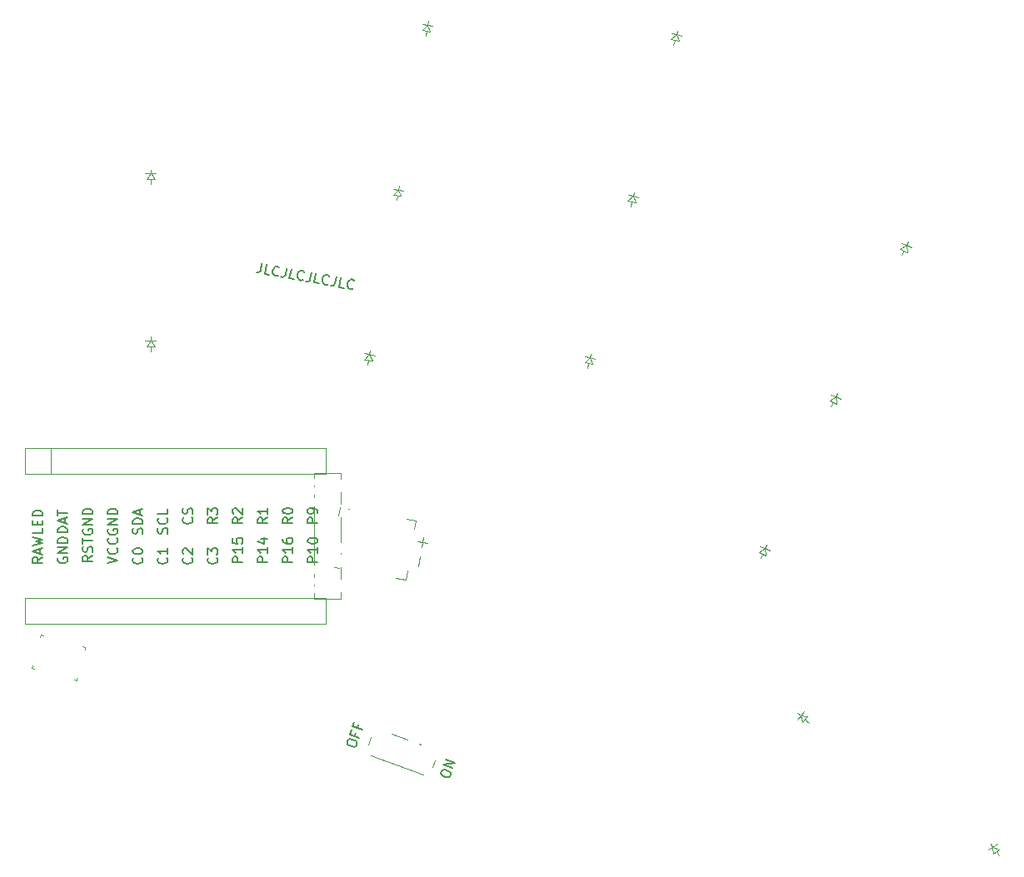
<source format=gto>
G04 #@! TF.GenerationSoftware,KiCad,Pcbnew,8.0.8+1*
G04 #@! TF.CreationDate,2025-05-19T02:25:48+00:00*
G04 #@! TF.ProjectId,mearchlar_wireless,6d656172-6368-46c6-9172-5f776972656c,0.2*
G04 #@! TF.SameCoordinates,Original*
G04 #@! TF.FileFunction,Legend,Top*
G04 #@! TF.FilePolarity,Positive*
%FSLAX46Y46*%
G04 Gerber Fmt 4.6, Leading zero omitted, Abs format (unit mm)*
G04 Created by KiCad (PCBNEW 8.0.8+1) date 2025-05-19 02:25:48*
%MOMM*%
%LPD*%
G01*
G04 APERTURE LIST*
%ADD10C,0.150000*%
%ADD11C,0.100000*%
%ADD12C,0.120000*%
%ADD13C,2.300000*%
%ADD14C,4.400000*%
%ADD15C,4.200000*%
%ADD16C,2.000000*%
%ADD17C,3.100000*%
%ADD18C,1.800000*%
%ADD19C,0.900000*%
%ADD20O,1.800000X1.800000*%
%ADD21C,1.000000*%
%ADD22C,0.850000*%
G04 APERTURE END LIST*
D10*
X119021804Y-73290146D02*
X118897770Y-73993580D01*
X118897770Y-73993580D02*
X118826068Y-74125998D01*
X118826068Y-74125998D02*
X118715738Y-74203251D01*
X118715738Y-74203251D02*
X118566783Y-74225340D01*
X118566783Y-74225340D02*
X118472991Y-74208802D01*
X119786069Y-74440333D02*
X119317113Y-74357643D01*
X119317113Y-74357643D02*
X119490761Y-73372835D01*
X120693623Y-74503652D02*
X120638459Y-74542278D01*
X120638459Y-74542278D02*
X120489503Y-74564367D01*
X120489503Y-74564367D02*
X120395712Y-74547829D01*
X120395712Y-74547829D02*
X120263294Y-74476127D01*
X120263294Y-74476127D02*
X120186041Y-74365798D01*
X120186041Y-74365798D02*
X120155683Y-74263737D01*
X120155683Y-74263737D02*
X120141863Y-74067886D01*
X120141863Y-74067886D02*
X120166670Y-73927199D01*
X120166670Y-73927199D02*
X120246641Y-73747886D01*
X120246641Y-73747886D02*
X120310075Y-73662364D01*
X120310075Y-73662364D02*
X120420404Y-73585110D01*
X120420404Y-73585110D02*
X120569360Y-73563022D01*
X120569360Y-73563022D02*
X120663151Y-73579559D01*
X120663151Y-73579559D02*
X120795569Y-73651262D01*
X120795569Y-73651262D02*
X120834196Y-73706426D01*
X121554168Y-73736670D02*
X121430133Y-74440104D01*
X121430133Y-74440104D02*
X121358431Y-74572522D01*
X121358431Y-74572522D02*
X121248102Y-74649775D01*
X121248102Y-74649775D02*
X121099146Y-74671864D01*
X121099146Y-74671864D02*
X121005355Y-74655326D01*
X122318432Y-74886857D02*
X121849476Y-74804167D01*
X121849476Y-74804167D02*
X122023124Y-73819359D01*
X123225986Y-74950176D02*
X123170822Y-74988802D01*
X123170822Y-74988802D02*
X123021866Y-75010891D01*
X123021866Y-75010891D02*
X122928075Y-74994353D01*
X122928075Y-74994353D02*
X122795657Y-74922651D01*
X122795657Y-74922651D02*
X122718404Y-74812322D01*
X122718404Y-74812322D02*
X122688046Y-74710261D01*
X122688046Y-74710261D02*
X122674226Y-74514410D01*
X122674226Y-74514410D02*
X122699033Y-74373723D01*
X122699033Y-74373723D02*
X122779005Y-74194410D01*
X122779005Y-74194410D02*
X122842438Y-74108887D01*
X122842438Y-74108887D02*
X122952767Y-74031634D01*
X122952767Y-74031634D02*
X123101723Y-74009545D01*
X123101723Y-74009545D02*
X123195514Y-74026083D01*
X123195514Y-74026083D02*
X123327932Y-74097786D01*
X123327932Y-74097786D02*
X123366559Y-74152950D01*
X124086531Y-74183194D02*
X123962496Y-74886628D01*
X123962496Y-74886628D02*
X123890794Y-75019046D01*
X123890794Y-75019046D02*
X123780465Y-75096299D01*
X123780465Y-75096299D02*
X123631509Y-75118388D01*
X123631509Y-75118388D02*
X123537718Y-75101850D01*
X124850795Y-75333381D02*
X124381839Y-75250691D01*
X124381839Y-75250691D02*
X124555487Y-74265883D01*
X125758350Y-75396700D02*
X125703185Y-75435326D01*
X125703185Y-75435326D02*
X125554229Y-75457415D01*
X125554229Y-75457415D02*
X125460438Y-75440877D01*
X125460438Y-75440877D02*
X125328020Y-75369175D01*
X125328020Y-75369175D02*
X125250767Y-75258846D01*
X125250767Y-75258846D02*
X125220409Y-75156785D01*
X125220409Y-75156785D02*
X125206590Y-74960934D01*
X125206590Y-74960934D02*
X125231396Y-74820247D01*
X125231396Y-74820247D02*
X125311368Y-74640934D01*
X125311368Y-74640934D02*
X125374801Y-74555411D01*
X125374801Y-74555411D02*
X125485131Y-74478158D01*
X125485131Y-74478158D02*
X125634086Y-74456069D01*
X125634086Y-74456069D02*
X125727878Y-74472607D01*
X125727878Y-74472607D02*
X125860295Y-74544310D01*
X125860295Y-74544310D02*
X125898922Y-74599474D01*
X126618894Y-74629718D02*
X126494860Y-75333152D01*
X126494860Y-75333152D02*
X126423157Y-75465570D01*
X126423157Y-75465570D02*
X126312828Y-75542823D01*
X126312828Y-75542823D02*
X126163872Y-75564912D01*
X126163872Y-75564912D02*
X126070081Y-75548374D01*
X127383158Y-75779905D02*
X126914202Y-75697215D01*
X126914202Y-75697215D02*
X127087850Y-74712407D01*
X128290713Y-75843224D02*
X128235548Y-75881850D01*
X128235548Y-75881850D02*
X128086593Y-75903939D01*
X128086593Y-75903939D02*
X127992801Y-75887401D01*
X127992801Y-75887401D02*
X127860383Y-75815699D01*
X127860383Y-75815699D02*
X127783130Y-75705370D01*
X127783130Y-75705370D02*
X127752773Y-75603309D01*
X127752773Y-75603309D02*
X127738953Y-75407458D01*
X127738953Y-75407458D02*
X127763760Y-75266771D01*
X127763760Y-75266771D02*
X127843731Y-75087458D01*
X127843731Y-75087458D02*
X127907165Y-75001935D01*
X127907165Y-75001935D02*
X128017494Y-74924682D01*
X128017494Y-74924682D02*
X128166450Y-74902593D01*
X128166450Y-74902593D02*
X128260241Y-74919131D01*
X128260241Y-74919131D02*
X128392659Y-74990834D01*
X128392659Y-74990834D02*
X128431285Y-75045998D01*
X96754819Y-103140476D02*
X96278628Y-103473809D01*
X96754819Y-103711904D02*
X95754819Y-103711904D01*
X95754819Y-103711904D02*
X95754819Y-103330952D01*
X95754819Y-103330952D02*
X95802438Y-103235714D01*
X95802438Y-103235714D02*
X95850057Y-103188095D01*
X95850057Y-103188095D02*
X95945295Y-103140476D01*
X95945295Y-103140476D02*
X96088152Y-103140476D01*
X96088152Y-103140476D02*
X96183390Y-103188095D01*
X96183390Y-103188095D02*
X96231009Y-103235714D01*
X96231009Y-103235714D02*
X96278628Y-103330952D01*
X96278628Y-103330952D02*
X96278628Y-103711904D01*
X96469104Y-102759523D02*
X96469104Y-102283333D01*
X96754819Y-102854761D02*
X95754819Y-102521428D01*
X95754819Y-102521428D02*
X96754819Y-102188095D01*
X95754819Y-101949999D02*
X96754819Y-101711904D01*
X96754819Y-101711904D02*
X96040533Y-101521428D01*
X96040533Y-101521428D02*
X96754819Y-101330952D01*
X96754819Y-101330952D02*
X95754819Y-101092857D01*
X96754819Y-100192857D02*
X96754819Y-100669047D01*
X96754819Y-100669047D02*
X95754819Y-100669047D01*
X96231009Y-99859523D02*
X96231009Y-99526190D01*
X96754819Y-99383333D02*
X96754819Y-99859523D01*
X96754819Y-99859523D02*
X95754819Y-99859523D01*
X95754819Y-99859523D02*
X95754819Y-99383333D01*
X96754819Y-98954761D02*
X95754819Y-98954761D01*
X95754819Y-98954761D02*
X95754819Y-98716666D01*
X95754819Y-98716666D02*
X95802438Y-98573809D01*
X95802438Y-98573809D02*
X95897676Y-98478571D01*
X95897676Y-98478571D02*
X95992914Y-98430952D01*
X95992914Y-98430952D02*
X96183390Y-98383333D01*
X96183390Y-98383333D02*
X96326247Y-98383333D01*
X96326247Y-98383333D02*
X96516723Y-98430952D01*
X96516723Y-98430952D02*
X96611961Y-98478571D01*
X96611961Y-98478571D02*
X96707200Y-98573809D01*
X96707200Y-98573809D02*
X96754819Y-98716666D01*
X96754819Y-98716666D02*
X96754819Y-98954761D01*
X98342438Y-103211904D02*
X98294819Y-103307142D01*
X98294819Y-103307142D02*
X98294819Y-103449999D01*
X98294819Y-103449999D02*
X98342438Y-103592856D01*
X98342438Y-103592856D02*
X98437676Y-103688094D01*
X98437676Y-103688094D02*
X98532914Y-103735713D01*
X98532914Y-103735713D02*
X98723390Y-103783332D01*
X98723390Y-103783332D02*
X98866247Y-103783332D01*
X98866247Y-103783332D02*
X99056723Y-103735713D01*
X99056723Y-103735713D02*
X99151961Y-103688094D01*
X99151961Y-103688094D02*
X99247200Y-103592856D01*
X99247200Y-103592856D02*
X99294819Y-103449999D01*
X99294819Y-103449999D02*
X99294819Y-103354761D01*
X99294819Y-103354761D02*
X99247200Y-103211904D01*
X99247200Y-103211904D02*
X99199580Y-103164285D01*
X99199580Y-103164285D02*
X98866247Y-103164285D01*
X98866247Y-103164285D02*
X98866247Y-103354761D01*
X99294819Y-102735713D02*
X98294819Y-102735713D01*
X98294819Y-102735713D02*
X99294819Y-102164285D01*
X99294819Y-102164285D02*
X98294819Y-102164285D01*
X99294819Y-101688094D02*
X98294819Y-101688094D01*
X98294819Y-101688094D02*
X98294819Y-101449999D01*
X98294819Y-101449999D02*
X98342438Y-101307142D01*
X98342438Y-101307142D02*
X98437676Y-101211904D01*
X98437676Y-101211904D02*
X98532914Y-101164285D01*
X98532914Y-101164285D02*
X98723390Y-101116666D01*
X98723390Y-101116666D02*
X98866247Y-101116666D01*
X98866247Y-101116666D02*
X99056723Y-101164285D01*
X99056723Y-101164285D02*
X99151961Y-101211904D01*
X99151961Y-101211904D02*
X99247200Y-101307142D01*
X99247200Y-101307142D02*
X99294819Y-101449999D01*
X99294819Y-101449999D02*
X99294819Y-101688094D01*
X99294819Y-100621428D02*
X98294819Y-100621428D01*
X98294819Y-100621428D02*
X98294819Y-100383333D01*
X98294819Y-100383333D02*
X98342438Y-100240476D01*
X98342438Y-100240476D02*
X98437676Y-100145238D01*
X98437676Y-100145238D02*
X98532914Y-100097619D01*
X98532914Y-100097619D02*
X98723390Y-100050000D01*
X98723390Y-100050000D02*
X98866247Y-100050000D01*
X98866247Y-100050000D02*
X99056723Y-100097619D01*
X99056723Y-100097619D02*
X99151961Y-100145238D01*
X99151961Y-100145238D02*
X99247200Y-100240476D01*
X99247200Y-100240476D02*
X99294819Y-100383333D01*
X99294819Y-100383333D02*
X99294819Y-100621428D01*
X99009104Y-99669047D02*
X99009104Y-99192857D01*
X99294819Y-99764285D02*
X98294819Y-99430952D01*
X98294819Y-99430952D02*
X99294819Y-99097619D01*
X98294819Y-98907142D02*
X98294819Y-98335714D01*
X99294819Y-98621428D02*
X98294819Y-98621428D01*
X101834819Y-102997619D02*
X101358628Y-103330952D01*
X101834819Y-103569047D02*
X100834819Y-103569047D01*
X100834819Y-103569047D02*
X100834819Y-103188095D01*
X100834819Y-103188095D02*
X100882438Y-103092857D01*
X100882438Y-103092857D02*
X100930057Y-103045238D01*
X100930057Y-103045238D02*
X101025295Y-102997619D01*
X101025295Y-102997619D02*
X101168152Y-102997619D01*
X101168152Y-102997619D02*
X101263390Y-103045238D01*
X101263390Y-103045238D02*
X101311009Y-103092857D01*
X101311009Y-103092857D02*
X101358628Y-103188095D01*
X101358628Y-103188095D02*
X101358628Y-103569047D01*
X101787200Y-102616666D02*
X101834819Y-102473809D01*
X101834819Y-102473809D02*
X101834819Y-102235714D01*
X101834819Y-102235714D02*
X101787200Y-102140476D01*
X101787200Y-102140476D02*
X101739580Y-102092857D01*
X101739580Y-102092857D02*
X101644342Y-102045238D01*
X101644342Y-102045238D02*
X101549104Y-102045238D01*
X101549104Y-102045238D02*
X101453866Y-102092857D01*
X101453866Y-102092857D02*
X101406247Y-102140476D01*
X101406247Y-102140476D02*
X101358628Y-102235714D01*
X101358628Y-102235714D02*
X101311009Y-102426190D01*
X101311009Y-102426190D02*
X101263390Y-102521428D01*
X101263390Y-102521428D02*
X101215771Y-102569047D01*
X101215771Y-102569047D02*
X101120533Y-102616666D01*
X101120533Y-102616666D02*
X101025295Y-102616666D01*
X101025295Y-102616666D02*
X100930057Y-102569047D01*
X100930057Y-102569047D02*
X100882438Y-102521428D01*
X100882438Y-102521428D02*
X100834819Y-102426190D01*
X100834819Y-102426190D02*
X100834819Y-102188095D01*
X100834819Y-102188095D02*
X100882438Y-102045238D01*
X100834819Y-101759523D02*
X100834819Y-101188095D01*
X101834819Y-101473809D02*
X100834819Y-101473809D01*
X100882438Y-100311904D02*
X100834819Y-100407142D01*
X100834819Y-100407142D02*
X100834819Y-100549999D01*
X100834819Y-100549999D02*
X100882438Y-100692856D01*
X100882438Y-100692856D02*
X100977676Y-100788094D01*
X100977676Y-100788094D02*
X101072914Y-100835713D01*
X101072914Y-100835713D02*
X101263390Y-100883332D01*
X101263390Y-100883332D02*
X101406247Y-100883332D01*
X101406247Y-100883332D02*
X101596723Y-100835713D01*
X101596723Y-100835713D02*
X101691961Y-100788094D01*
X101691961Y-100788094D02*
X101787200Y-100692856D01*
X101787200Y-100692856D02*
X101834819Y-100549999D01*
X101834819Y-100549999D02*
X101834819Y-100454761D01*
X101834819Y-100454761D02*
X101787200Y-100311904D01*
X101787200Y-100311904D02*
X101739580Y-100264285D01*
X101739580Y-100264285D02*
X101406247Y-100264285D01*
X101406247Y-100264285D02*
X101406247Y-100454761D01*
X101834819Y-99835713D02*
X100834819Y-99835713D01*
X100834819Y-99835713D02*
X101834819Y-99264285D01*
X101834819Y-99264285D02*
X100834819Y-99264285D01*
X101834819Y-98788094D02*
X100834819Y-98788094D01*
X100834819Y-98788094D02*
X100834819Y-98549999D01*
X100834819Y-98549999D02*
X100882438Y-98407142D01*
X100882438Y-98407142D02*
X100977676Y-98311904D01*
X100977676Y-98311904D02*
X101072914Y-98264285D01*
X101072914Y-98264285D02*
X101263390Y-98216666D01*
X101263390Y-98216666D02*
X101406247Y-98216666D01*
X101406247Y-98216666D02*
X101596723Y-98264285D01*
X101596723Y-98264285D02*
X101691961Y-98311904D01*
X101691961Y-98311904D02*
X101787200Y-98407142D01*
X101787200Y-98407142D02*
X101834819Y-98549999D01*
X101834819Y-98549999D02*
X101834819Y-98788094D01*
X103374819Y-103783332D02*
X104374819Y-103449999D01*
X104374819Y-103449999D02*
X103374819Y-103116666D01*
X104279580Y-102211904D02*
X104327200Y-102259523D01*
X104327200Y-102259523D02*
X104374819Y-102402380D01*
X104374819Y-102402380D02*
X104374819Y-102497618D01*
X104374819Y-102497618D02*
X104327200Y-102640475D01*
X104327200Y-102640475D02*
X104231961Y-102735713D01*
X104231961Y-102735713D02*
X104136723Y-102783332D01*
X104136723Y-102783332D02*
X103946247Y-102830951D01*
X103946247Y-102830951D02*
X103803390Y-102830951D01*
X103803390Y-102830951D02*
X103612914Y-102783332D01*
X103612914Y-102783332D02*
X103517676Y-102735713D01*
X103517676Y-102735713D02*
X103422438Y-102640475D01*
X103422438Y-102640475D02*
X103374819Y-102497618D01*
X103374819Y-102497618D02*
X103374819Y-102402380D01*
X103374819Y-102402380D02*
X103422438Y-102259523D01*
X103422438Y-102259523D02*
X103470057Y-102211904D01*
X104279580Y-101211904D02*
X104327200Y-101259523D01*
X104327200Y-101259523D02*
X104374819Y-101402380D01*
X104374819Y-101402380D02*
X104374819Y-101497618D01*
X104374819Y-101497618D02*
X104327200Y-101640475D01*
X104327200Y-101640475D02*
X104231961Y-101735713D01*
X104231961Y-101735713D02*
X104136723Y-101783332D01*
X104136723Y-101783332D02*
X103946247Y-101830951D01*
X103946247Y-101830951D02*
X103803390Y-101830951D01*
X103803390Y-101830951D02*
X103612914Y-101783332D01*
X103612914Y-101783332D02*
X103517676Y-101735713D01*
X103517676Y-101735713D02*
X103422438Y-101640475D01*
X103422438Y-101640475D02*
X103374819Y-101497618D01*
X103374819Y-101497618D02*
X103374819Y-101402380D01*
X103374819Y-101402380D02*
X103422438Y-101259523D01*
X103422438Y-101259523D02*
X103470057Y-101211904D01*
X103422438Y-100311904D02*
X103374819Y-100407142D01*
X103374819Y-100407142D02*
X103374819Y-100549999D01*
X103374819Y-100549999D02*
X103422438Y-100692856D01*
X103422438Y-100692856D02*
X103517676Y-100788094D01*
X103517676Y-100788094D02*
X103612914Y-100835713D01*
X103612914Y-100835713D02*
X103803390Y-100883332D01*
X103803390Y-100883332D02*
X103946247Y-100883332D01*
X103946247Y-100883332D02*
X104136723Y-100835713D01*
X104136723Y-100835713D02*
X104231961Y-100788094D01*
X104231961Y-100788094D02*
X104327200Y-100692856D01*
X104327200Y-100692856D02*
X104374819Y-100549999D01*
X104374819Y-100549999D02*
X104374819Y-100454761D01*
X104374819Y-100454761D02*
X104327200Y-100311904D01*
X104327200Y-100311904D02*
X104279580Y-100264285D01*
X104279580Y-100264285D02*
X103946247Y-100264285D01*
X103946247Y-100264285D02*
X103946247Y-100454761D01*
X104374819Y-99835713D02*
X103374819Y-99835713D01*
X103374819Y-99835713D02*
X104374819Y-99264285D01*
X104374819Y-99264285D02*
X103374819Y-99264285D01*
X104374819Y-98788094D02*
X103374819Y-98788094D01*
X103374819Y-98788094D02*
X103374819Y-98549999D01*
X103374819Y-98549999D02*
X103422438Y-98407142D01*
X103422438Y-98407142D02*
X103517676Y-98311904D01*
X103517676Y-98311904D02*
X103612914Y-98264285D01*
X103612914Y-98264285D02*
X103803390Y-98216666D01*
X103803390Y-98216666D02*
X103946247Y-98216666D01*
X103946247Y-98216666D02*
X104136723Y-98264285D01*
X104136723Y-98264285D02*
X104231961Y-98311904D01*
X104231961Y-98311904D02*
X104327200Y-98407142D01*
X104327200Y-98407142D02*
X104374819Y-98549999D01*
X104374819Y-98549999D02*
X104374819Y-98788094D01*
X106819580Y-103206666D02*
X106867200Y-103254285D01*
X106867200Y-103254285D02*
X106914819Y-103397142D01*
X106914819Y-103397142D02*
X106914819Y-103492380D01*
X106914819Y-103492380D02*
X106867200Y-103635237D01*
X106867200Y-103635237D02*
X106771961Y-103730475D01*
X106771961Y-103730475D02*
X106676723Y-103778094D01*
X106676723Y-103778094D02*
X106486247Y-103825713D01*
X106486247Y-103825713D02*
X106343390Y-103825713D01*
X106343390Y-103825713D02*
X106152914Y-103778094D01*
X106152914Y-103778094D02*
X106057676Y-103730475D01*
X106057676Y-103730475D02*
X105962438Y-103635237D01*
X105962438Y-103635237D02*
X105914819Y-103492380D01*
X105914819Y-103492380D02*
X105914819Y-103397142D01*
X105914819Y-103397142D02*
X105962438Y-103254285D01*
X105962438Y-103254285D02*
X106010057Y-103206666D01*
X105914819Y-102587618D02*
X105914819Y-102492380D01*
X105914819Y-102492380D02*
X105962438Y-102397142D01*
X105962438Y-102397142D02*
X106010057Y-102349523D01*
X106010057Y-102349523D02*
X106105295Y-102301904D01*
X106105295Y-102301904D02*
X106295771Y-102254285D01*
X106295771Y-102254285D02*
X106533866Y-102254285D01*
X106533866Y-102254285D02*
X106724342Y-102301904D01*
X106724342Y-102301904D02*
X106819580Y-102349523D01*
X106819580Y-102349523D02*
X106867200Y-102397142D01*
X106867200Y-102397142D02*
X106914819Y-102492380D01*
X106914819Y-102492380D02*
X106914819Y-102587618D01*
X106914819Y-102587618D02*
X106867200Y-102682856D01*
X106867200Y-102682856D02*
X106819580Y-102730475D01*
X106819580Y-102730475D02*
X106724342Y-102778094D01*
X106724342Y-102778094D02*
X106533866Y-102825713D01*
X106533866Y-102825713D02*
X106295771Y-102825713D01*
X106295771Y-102825713D02*
X106105295Y-102778094D01*
X106105295Y-102778094D02*
X106010057Y-102730475D01*
X106010057Y-102730475D02*
X105962438Y-102682856D01*
X105962438Y-102682856D02*
X105914819Y-102587618D01*
X106867200Y-100764285D02*
X106914819Y-100621428D01*
X106914819Y-100621428D02*
X106914819Y-100383333D01*
X106914819Y-100383333D02*
X106867200Y-100288095D01*
X106867200Y-100288095D02*
X106819580Y-100240476D01*
X106819580Y-100240476D02*
X106724342Y-100192857D01*
X106724342Y-100192857D02*
X106629104Y-100192857D01*
X106629104Y-100192857D02*
X106533866Y-100240476D01*
X106533866Y-100240476D02*
X106486247Y-100288095D01*
X106486247Y-100288095D02*
X106438628Y-100383333D01*
X106438628Y-100383333D02*
X106391009Y-100573809D01*
X106391009Y-100573809D02*
X106343390Y-100669047D01*
X106343390Y-100669047D02*
X106295771Y-100716666D01*
X106295771Y-100716666D02*
X106200533Y-100764285D01*
X106200533Y-100764285D02*
X106105295Y-100764285D01*
X106105295Y-100764285D02*
X106010057Y-100716666D01*
X106010057Y-100716666D02*
X105962438Y-100669047D01*
X105962438Y-100669047D02*
X105914819Y-100573809D01*
X105914819Y-100573809D02*
X105914819Y-100335714D01*
X105914819Y-100335714D02*
X105962438Y-100192857D01*
X106914819Y-99764285D02*
X105914819Y-99764285D01*
X105914819Y-99764285D02*
X105914819Y-99526190D01*
X105914819Y-99526190D02*
X105962438Y-99383333D01*
X105962438Y-99383333D02*
X106057676Y-99288095D01*
X106057676Y-99288095D02*
X106152914Y-99240476D01*
X106152914Y-99240476D02*
X106343390Y-99192857D01*
X106343390Y-99192857D02*
X106486247Y-99192857D01*
X106486247Y-99192857D02*
X106676723Y-99240476D01*
X106676723Y-99240476D02*
X106771961Y-99288095D01*
X106771961Y-99288095D02*
X106867200Y-99383333D01*
X106867200Y-99383333D02*
X106914819Y-99526190D01*
X106914819Y-99526190D02*
X106914819Y-99764285D01*
X106629104Y-98811904D02*
X106629104Y-98335714D01*
X106914819Y-98907142D02*
X105914819Y-98573809D01*
X105914819Y-98573809D02*
X106914819Y-98240476D01*
X109359580Y-103206666D02*
X109407200Y-103254285D01*
X109407200Y-103254285D02*
X109454819Y-103397142D01*
X109454819Y-103397142D02*
X109454819Y-103492380D01*
X109454819Y-103492380D02*
X109407200Y-103635237D01*
X109407200Y-103635237D02*
X109311961Y-103730475D01*
X109311961Y-103730475D02*
X109216723Y-103778094D01*
X109216723Y-103778094D02*
X109026247Y-103825713D01*
X109026247Y-103825713D02*
X108883390Y-103825713D01*
X108883390Y-103825713D02*
X108692914Y-103778094D01*
X108692914Y-103778094D02*
X108597676Y-103730475D01*
X108597676Y-103730475D02*
X108502438Y-103635237D01*
X108502438Y-103635237D02*
X108454819Y-103492380D01*
X108454819Y-103492380D02*
X108454819Y-103397142D01*
X108454819Y-103397142D02*
X108502438Y-103254285D01*
X108502438Y-103254285D02*
X108550057Y-103206666D01*
X109454819Y-102254285D02*
X109454819Y-102825713D01*
X109454819Y-102539999D02*
X108454819Y-102539999D01*
X108454819Y-102539999D02*
X108597676Y-102635237D01*
X108597676Y-102635237D02*
X108692914Y-102730475D01*
X108692914Y-102730475D02*
X108740533Y-102825713D01*
X109407200Y-100740475D02*
X109454819Y-100597618D01*
X109454819Y-100597618D02*
X109454819Y-100359523D01*
X109454819Y-100359523D02*
X109407200Y-100264285D01*
X109407200Y-100264285D02*
X109359580Y-100216666D01*
X109359580Y-100216666D02*
X109264342Y-100169047D01*
X109264342Y-100169047D02*
X109169104Y-100169047D01*
X109169104Y-100169047D02*
X109073866Y-100216666D01*
X109073866Y-100216666D02*
X109026247Y-100264285D01*
X109026247Y-100264285D02*
X108978628Y-100359523D01*
X108978628Y-100359523D02*
X108931009Y-100549999D01*
X108931009Y-100549999D02*
X108883390Y-100645237D01*
X108883390Y-100645237D02*
X108835771Y-100692856D01*
X108835771Y-100692856D02*
X108740533Y-100740475D01*
X108740533Y-100740475D02*
X108645295Y-100740475D01*
X108645295Y-100740475D02*
X108550057Y-100692856D01*
X108550057Y-100692856D02*
X108502438Y-100645237D01*
X108502438Y-100645237D02*
X108454819Y-100549999D01*
X108454819Y-100549999D02*
X108454819Y-100311904D01*
X108454819Y-100311904D02*
X108502438Y-100169047D01*
X109359580Y-99169047D02*
X109407200Y-99216666D01*
X109407200Y-99216666D02*
X109454819Y-99359523D01*
X109454819Y-99359523D02*
X109454819Y-99454761D01*
X109454819Y-99454761D02*
X109407200Y-99597618D01*
X109407200Y-99597618D02*
X109311961Y-99692856D01*
X109311961Y-99692856D02*
X109216723Y-99740475D01*
X109216723Y-99740475D02*
X109026247Y-99788094D01*
X109026247Y-99788094D02*
X108883390Y-99788094D01*
X108883390Y-99788094D02*
X108692914Y-99740475D01*
X108692914Y-99740475D02*
X108597676Y-99692856D01*
X108597676Y-99692856D02*
X108502438Y-99597618D01*
X108502438Y-99597618D02*
X108454819Y-99454761D01*
X108454819Y-99454761D02*
X108454819Y-99359523D01*
X108454819Y-99359523D02*
X108502438Y-99216666D01*
X108502438Y-99216666D02*
X108550057Y-99169047D01*
X109454819Y-98264285D02*
X109454819Y-98740475D01*
X109454819Y-98740475D02*
X108454819Y-98740475D01*
X111899580Y-103206666D02*
X111947200Y-103254285D01*
X111947200Y-103254285D02*
X111994819Y-103397142D01*
X111994819Y-103397142D02*
X111994819Y-103492380D01*
X111994819Y-103492380D02*
X111947200Y-103635237D01*
X111947200Y-103635237D02*
X111851961Y-103730475D01*
X111851961Y-103730475D02*
X111756723Y-103778094D01*
X111756723Y-103778094D02*
X111566247Y-103825713D01*
X111566247Y-103825713D02*
X111423390Y-103825713D01*
X111423390Y-103825713D02*
X111232914Y-103778094D01*
X111232914Y-103778094D02*
X111137676Y-103730475D01*
X111137676Y-103730475D02*
X111042438Y-103635237D01*
X111042438Y-103635237D02*
X110994819Y-103492380D01*
X110994819Y-103492380D02*
X110994819Y-103397142D01*
X110994819Y-103397142D02*
X111042438Y-103254285D01*
X111042438Y-103254285D02*
X111090057Y-103206666D01*
X111090057Y-102825713D02*
X111042438Y-102778094D01*
X111042438Y-102778094D02*
X110994819Y-102682856D01*
X110994819Y-102682856D02*
X110994819Y-102444761D01*
X110994819Y-102444761D02*
X111042438Y-102349523D01*
X111042438Y-102349523D02*
X111090057Y-102301904D01*
X111090057Y-102301904D02*
X111185295Y-102254285D01*
X111185295Y-102254285D02*
X111280533Y-102254285D01*
X111280533Y-102254285D02*
X111423390Y-102301904D01*
X111423390Y-102301904D02*
X111994819Y-102873332D01*
X111994819Y-102873332D02*
X111994819Y-102254285D01*
X111899580Y-99126666D02*
X111947200Y-99174285D01*
X111947200Y-99174285D02*
X111994819Y-99317142D01*
X111994819Y-99317142D02*
X111994819Y-99412380D01*
X111994819Y-99412380D02*
X111947200Y-99555237D01*
X111947200Y-99555237D02*
X111851961Y-99650475D01*
X111851961Y-99650475D02*
X111756723Y-99698094D01*
X111756723Y-99698094D02*
X111566247Y-99745713D01*
X111566247Y-99745713D02*
X111423390Y-99745713D01*
X111423390Y-99745713D02*
X111232914Y-99698094D01*
X111232914Y-99698094D02*
X111137676Y-99650475D01*
X111137676Y-99650475D02*
X111042438Y-99555237D01*
X111042438Y-99555237D02*
X110994819Y-99412380D01*
X110994819Y-99412380D02*
X110994819Y-99317142D01*
X110994819Y-99317142D02*
X111042438Y-99174285D01*
X111042438Y-99174285D02*
X111090057Y-99126666D01*
X111947200Y-98745713D02*
X111994819Y-98602856D01*
X111994819Y-98602856D02*
X111994819Y-98364761D01*
X111994819Y-98364761D02*
X111947200Y-98269523D01*
X111947200Y-98269523D02*
X111899580Y-98221904D01*
X111899580Y-98221904D02*
X111804342Y-98174285D01*
X111804342Y-98174285D02*
X111709104Y-98174285D01*
X111709104Y-98174285D02*
X111613866Y-98221904D01*
X111613866Y-98221904D02*
X111566247Y-98269523D01*
X111566247Y-98269523D02*
X111518628Y-98364761D01*
X111518628Y-98364761D02*
X111471009Y-98555237D01*
X111471009Y-98555237D02*
X111423390Y-98650475D01*
X111423390Y-98650475D02*
X111375771Y-98698094D01*
X111375771Y-98698094D02*
X111280533Y-98745713D01*
X111280533Y-98745713D02*
X111185295Y-98745713D01*
X111185295Y-98745713D02*
X111090057Y-98698094D01*
X111090057Y-98698094D02*
X111042438Y-98650475D01*
X111042438Y-98650475D02*
X110994819Y-98555237D01*
X110994819Y-98555237D02*
X110994819Y-98317142D01*
X110994819Y-98317142D02*
X111042438Y-98174285D01*
X114439580Y-103206666D02*
X114487200Y-103254285D01*
X114487200Y-103254285D02*
X114534819Y-103397142D01*
X114534819Y-103397142D02*
X114534819Y-103492380D01*
X114534819Y-103492380D02*
X114487200Y-103635237D01*
X114487200Y-103635237D02*
X114391961Y-103730475D01*
X114391961Y-103730475D02*
X114296723Y-103778094D01*
X114296723Y-103778094D02*
X114106247Y-103825713D01*
X114106247Y-103825713D02*
X113963390Y-103825713D01*
X113963390Y-103825713D02*
X113772914Y-103778094D01*
X113772914Y-103778094D02*
X113677676Y-103730475D01*
X113677676Y-103730475D02*
X113582438Y-103635237D01*
X113582438Y-103635237D02*
X113534819Y-103492380D01*
X113534819Y-103492380D02*
X113534819Y-103397142D01*
X113534819Y-103397142D02*
X113582438Y-103254285D01*
X113582438Y-103254285D02*
X113630057Y-103206666D01*
X113534819Y-102873332D02*
X113534819Y-102254285D01*
X113534819Y-102254285D02*
X113915771Y-102587618D01*
X113915771Y-102587618D02*
X113915771Y-102444761D01*
X113915771Y-102444761D02*
X113963390Y-102349523D01*
X113963390Y-102349523D02*
X114011009Y-102301904D01*
X114011009Y-102301904D02*
X114106247Y-102254285D01*
X114106247Y-102254285D02*
X114344342Y-102254285D01*
X114344342Y-102254285D02*
X114439580Y-102301904D01*
X114439580Y-102301904D02*
X114487200Y-102349523D01*
X114487200Y-102349523D02*
X114534819Y-102444761D01*
X114534819Y-102444761D02*
X114534819Y-102730475D01*
X114534819Y-102730475D02*
X114487200Y-102825713D01*
X114487200Y-102825713D02*
X114439580Y-102873332D01*
X114534819Y-99126666D02*
X114058628Y-99459999D01*
X114534819Y-99698094D02*
X113534819Y-99698094D01*
X113534819Y-99698094D02*
X113534819Y-99317142D01*
X113534819Y-99317142D02*
X113582438Y-99221904D01*
X113582438Y-99221904D02*
X113630057Y-99174285D01*
X113630057Y-99174285D02*
X113725295Y-99126666D01*
X113725295Y-99126666D02*
X113868152Y-99126666D01*
X113868152Y-99126666D02*
X113963390Y-99174285D01*
X113963390Y-99174285D02*
X114011009Y-99221904D01*
X114011009Y-99221904D02*
X114058628Y-99317142D01*
X114058628Y-99317142D02*
X114058628Y-99698094D01*
X113534819Y-98793332D02*
X113534819Y-98174285D01*
X113534819Y-98174285D02*
X113915771Y-98507618D01*
X113915771Y-98507618D02*
X113915771Y-98364761D01*
X113915771Y-98364761D02*
X113963390Y-98269523D01*
X113963390Y-98269523D02*
X114011009Y-98221904D01*
X114011009Y-98221904D02*
X114106247Y-98174285D01*
X114106247Y-98174285D02*
X114344342Y-98174285D01*
X114344342Y-98174285D02*
X114439580Y-98221904D01*
X114439580Y-98221904D02*
X114487200Y-98269523D01*
X114487200Y-98269523D02*
X114534819Y-98364761D01*
X114534819Y-98364761D02*
X114534819Y-98650475D01*
X114534819Y-98650475D02*
X114487200Y-98745713D01*
X114487200Y-98745713D02*
X114439580Y-98793332D01*
X117074819Y-103664285D02*
X116074819Y-103664285D01*
X116074819Y-103664285D02*
X116074819Y-103283333D01*
X116074819Y-103283333D02*
X116122438Y-103188095D01*
X116122438Y-103188095D02*
X116170057Y-103140476D01*
X116170057Y-103140476D02*
X116265295Y-103092857D01*
X116265295Y-103092857D02*
X116408152Y-103092857D01*
X116408152Y-103092857D02*
X116503390Y-103140476D01*
X116503390Y-103140476D02*
X116551009Y-103188095D01*
X116551009Y-103188095D02*
X116598628Y-103283333D01*
X116598628Y-103283333D02*
X116598628Y-103664285D01*
X117074819Y-102140476D02*
X117074819Y-102711904D01*
X117074819Y-102426190D02*
X116074819Y-102426190D01*
X116074819Y-102426190D02*
X116217676Y-102521428D01*
X116217676Y-102521428D02*
X116312914Y-102616666D01*
X116312914Y-102616666D02*
X116360533Y-102711904D01*
X116074819Y-101235714D02*
X116074819Y-101711904D01*
X116074819Y-101711904D02*
X116551009Y-101759523D01*
X116551009Y-101759523D02*
X116503390Y-101711904D01*
X116503390Y-101711904D02*
X116455771Y-101616666D01*
X116455771Y-101616666D02*
X116455771Y-101378571D01*
X116455771Y-101378571D02*
X116503390Y-101283333D01*
X116503390Y-101283333D02*
X116551009Y-101235714D01*
X116551009Y-101235714D02*
X116646247Y-101188095D01*
X116646247Y-101188095D02*
X116884342Y-101188095D01*
X116884342Y-101188095D02*
X116979580Y-101235714D01*
X116979580Y-101235714D02*
X117027200Y-101283333D01*
X117027200Y-101283333D02*
X117074819Y-101378571D01*
X117074819Y-101378571D02*
X117074819Y-101616666D01*
X117074819Y-101616666D02*
X117027200Y-101711904D01*
X117027200Y-101711904D02*
X116979580Y-101759523D01*
X117074819Y-99126666D02*
X116598628Y-99459999D01*
X117074819Y-99698094D02*
X116074819Y-99698094D01*
X116074819Y-99698094D02*
X116074819Y-99317142D01*
X116074819Y-99317142D02*
X116122438Y-99221904D01*
X116122438Y-99221904D02*
X116170057Y-99174285D01*
X116170057Y-99174285D02*
X116265295Y-99126666D01*
X116265295Y-99126666D02*
X116408152Y-99126666D01*
X116408152Y-99126666D02*
X116503390Y-99174285D01*
X116503390Y-99174285D02*
X116551009Y-99221904D01*
X116551009Y-99221904D02*
X116598628Y-99317142D01*
X116598628Y-99317142D02*
X116598628Y-99698094D01*
X116170057Y-98745713D02*
X116122438Y-98698094D01*
X116122438Y-98698094D02*
X116074819Y-98602856D01*
X116074819Y-98602856D02*
X116074819Y-98364761D01*
X116074819Y-98364761D02*
X116122438Y-98269523D01*
X116122438Y-98269523D02*
X116170057Y-98221904D01*
X116170057Y-98221904D02*
X116265295Y-98174285D01*
X116265295Y-98174285D02*
X116360533Y-98174285D01*
X116360533Y-98174285D02*
X116503390Y-98221904D01*
X116503390Y-98221904D02*
X117074819Y-98793332D01*
X117074819Y-98793332D02*
X117074819Y-98174285D01*
X119614819Y-103664285D02*
X118614819Y-103664285D01*
X118614819Y-103664285D02*
X118614819Y-103283333D01*
X118614819Y-103283333D02*
X118662438Y-103188095D01*
X118662438Y-103188095D02*
X118710057Y-103140476D01*
X118710057Y-103140476D02*
X118805295Y-103092857D01*
X118805295Y-103092857D02*
X118948152Y-103092857D01*
X118948152Y-103092857D02*
X119043390Y-103140476D01*
X119043390Y-103140476D02*
X119091009Y-103188095D01*
X119091009Y-103188095D02*
X119138628Y-103283333D01*
X119138628Y-103283333D02*
X119138628Y-103664285D01*
X119614819Y-102140476D02*
X119614819Y-102711904D01*
X119614819Y-102426190D02*
X118614819Y-102426190D01*
X118614819Y-102426190D02*
X118757676Y-102521428D01*
X118757676Y-102521428D02*
X118852914Y-102616666D01*
X118852914Y-102616666D02*
X118900533Y-102711904D01*
X118948152Y-101283333D02*
X119614819Y-101283333D01*
X118567200Y-101521428D02*
X119281485Y-101759523D01*
X119281485Y-101759523D02*
X119281485Y-101140476D01*
X119614819Y-99126666D02*
X119138628Y-99459999D01*
X119614819Y-99698094D02*
X118614819Y-99698094D01*
X118614819Y-99698094D02*
X118614819Y-99317142D01*
X118614819Y-99317142D02*
X118662438Y-99221904D01*
X118662438Y-99221904D02*
X118710057Y-99174285D01*
X118710057Y-99174285D02*
X118805295Y-99126666D01*
X118805295Y-99126666D02*
X118948152Y-99126666D01*
X118948152Y-99126666D02*
X119043390Y-99174285D01*
X119043390Y-99174285D02*
X119091009Y-99221904D01*
X119091009Y-99221904D02*
X119138628Y-99317142D01*
X119138628Y-99317142D02*
X119138628Y-99698094D01*
X119614819Y-98174285D02*
X119614819Y-98745713D01*
X119614819Y-98459999D02*
X118614819Y-98459999D01*
X118614819Y-98459999D02*
X118757676Y-98555237D01*
X118757676Y-98555237D02*
X118852914Y-98650475D01*
X118852914Y-98650475D02*
X118900533Y-98745713D01*
X122154819Y-103664285D02*
X121154819Y-103664285D01*
X121154819Y-103664285D02*
X121154819Y-103283333D01*
X121154819Y-103283333D02*
X121202438Y-103188095D01*
X121202438Y-103188095D02*
X121250057Y-103140476D01*
X121250057Y-103140476D02*
X121345295Y-103092857D01*
X121345295Y-103092857D02*
X121488152Y-103092857D01*
X121488152Y-103092857D02*
X121583390Y-103140476D01*
X121583390Y-103140476D02*
X121631009Y-103188095D01*
X121631009Y-103188095D02*
X121678628Y-103283333D01*
X121678628Y-103283333D02*
X121678628Y-103664285D01*
X122154819Y-102140476D02*
X122154819Y-102711904D01*
X122154819Y-102426190D02*
X121154819Y-102426190D01*
X121154819Y-102426190D02*
X121297676Y-102521428D01*
X121297676Y-102521428D02*
X121392914Y-102616666D01*
X121392914Y-102616666D02*
X121440533Y-102711904D01*
X121154819Y-101283333D02*
X121154819Y-101473809D01*
X121154819Y-101473809D02*
X121202438Y-101569047D01*
X121202438Y-101569047D02*
X121250057Y-101616666D01*
X121250057Y-101616666D02*
X121392914Y-101711904D01*
X121392914Y-101711904D02*
X121583390Y-101759523D01*
X121583390Y-101759523D02*
X121964342Y-101759523D01*
X121964342Y-101759523D02*
X122059580Y-101711904D01*
X122059580Y-101711904D02*
X122107200Y-101664285D01*
X122107200Y-101664285D02*
X122154819Y-101569047D01*
X122154819Y-101569047D02*
X122154819Y-101378571D01*
X122154819Y-101378571D02*
X122107200Y-101283333D01*
X122107200Y-101283333D02*
X122059580Y-101235714D01*
X122059580Y-101235714D02*
X121964342Y-101188095D01*
X121964342Y-101188095D02*
X121726247Y-101188095D01*
X121726247Y-101188095D02*
X121631009Y-101235714D01*
X121631009Y-101235714D02*
X121583390Y-101283333D01*
X121583390Y-101283333D02*
X121535771Y-101378571D01*
X121535771Y-101378571D02*
X121535771Y-101569047D01*
X121535771Y-101569047D02*
X121583390Y-101664285D01*
X121583390Y-101664285D02*
X121631009Y-101711904D01*
X121631009Y-101711904D02*
X121726247Y-101759523D01*
X122154819Y-99126666D02*
X121678628Y-99459999D01*
X122154819Y-99698094D02*
X121154819Y-99698094D01*
X121154819Y-99698094D02*
X121154819Y-99317142D01*
X121154819Y-99317142D02*
X121202438Y-99221904D01*
X121202438Y-99221904D02*
X121250057Y-99174285D01*
X121250057Y-99174285D02*
X121345295Y-99126666D01*
X121345295Y-99126666D02*
X121488152Y-99126666D01*
X121488152Y-99126666D02*
X121583390Y-99174285D01*
X121583390Y-99174285D02*
X121631009Y-99221904D01*
X121631009Y-99221904D02*
X121678628Y-99317142D01*
X121678628Y-99317142D02*
X121678628Y-99698094D01*
X121154819Y-98507618D02*
X121154819Y-98412380D01*
X121154819Y-98412380D02*
X121202438Y-98317142D01*
X121202438Y-98317142D02*
X121250057Y-98269523D01*
X121250057Y-98269523D02*
X121345295Y-98221904D01*
X121345295Y-98221904D02*
X121535771Y-98174285D01*
X121535771Y-98174285D02*
X121773866Y-98174285D01*
X121773866Y-98174285D02*
X121964342Y-98221904D01*
X121964342Y-98221904D02*
X122059580Y-98269523D01*
X122059580Y-98269523D02*
X122107200Y-98317142D01*
X122107200Y-98317142D02*
X122154819Y-98412380D01*
X122154819Y-98412380D02*
X122154819Y-98507618D01*
X122154819Y-98507618D02*
X122107200Y-98602856D01*
X122107200Y-98602856D02*
X122059580Y-98650475D01*
X122059580Y-98650475D02*
X121964342Y-98698094D01*
X121964342Y-98698094D02*
X121773866Y-98745713D01*
X121773866Y-98745713D02*
X121535771Y-98745713D01*
X121535771Y-98745713D02*
X121345295Y-98698094D01*
X121345295Y-98698094D02*
X121250057Y-98650475D01*
X121250057Y-98650475D02*
X121202438Y-98602856D01*
X121202438Y-98602856D02*
X121154819Y-98507618D01*
X124694819Y-103664285D02*
X123694819Y-103664285D01*
X123694819Y-103664285D02*
X123694819Y-103283333D01*
X123694819Y-103283333D02*
X123742438Y-103188095D01*
X123742438Y-103188095D02*
X123790057Y-103140476D01*
X123790057Y-103140476D02*
X123885295Y-103092857D01*
X123885295Y-103092857D02*
X124028152Y-103092857D01*
X124028152Y-103092857D02*
X124123390Y-103140476D01*
X124123390Y-103140476D02*
X124171009Y-103188095D01*
X124171009Y-103188095D02*
X124218628Y-103283333D01*
X124218628Y-103283333D02*
X124218628Y-103664285D01*
X124694819Y-102140476D02*
X124694819Y-102711904D01*
X124694819Y-102426190D02*
X123694819Y-102426190D01*
X123694819Y-102426190D02*
X123837676Y-102521428D01*
X123837676Y-102521428D02*
X123932914Y-102616666D01*
X123932914Y-102616666D02*
X123980533Y-102711904D01*
X123694819Y-101521428D02*
X123694819Y-101426190D01*
X123694819Y-101426190D02*
X123742438Y-101330952D01*
X123742438Y-101330952D02*
X123790057Y-101283333D01*
X123790057Y-101283333D02*
X123885295Y-101235714D01*
X123885295Y-101235714D02*
X124075771Y-101188095D01*
X124075771Y-101188095D02*
X124313866Y-101188095D01*
X124313866Y-101188095D02*
X124504342Y-101235714D01*
X124504342Y-101235714D02*
X124599580Y-101283333D01*
X124599580Y-101283333D02*
X124647200Y-101330952D01*
X124647200Y-101330952D02*
X124694819Y-101426190D01*
X124694819Y-101426190D02*
X124694819Y-101521428D01*
X124694819Y-101521428D02*
X124647200Y-101616666D01*
X124647200Y-101616666D02*
X124599580Y-101664285D01*
X124599580Y-101664285D02*
X124504342Y-101711904D01*
X124504342Y-101711904D02*
X124313866Y-101759523D01*
X124313866Y-101759523D02*
X124075771Y-101759523D01*
X124075771Y-101759523D02*
X123885295Y-101711904D01*
X123885295Y-101711904D02*
X123790057Y-101664285D01*
X123790057Y-101664285D02*
X123742438Y-101616666D01*
X123742438Y-101616666D02*
X123694819Y-101521428D01*
X124694819Y-99698094D02*
X123694819Y-99698094D01*
X123694819Y-99698094D02*
X123694819Y-99317142D01*
X123694819Y-99317142D02*
X123742438Y-99221904D01*
X123742438Y-99221904D02*
X123790057Y-99174285D01*
X123790057Y-99174285D02*
X123885295Y-99126666D01*
X123885295Y-99126666D02*
X124028152Y-99126666D01*
X124028152Y-99126666D02*
X124123390Y-99174285D01*
X124123390Y-99174285D02*
X124171009Y-99221904D01*
X124171009Y-99221904D02*
X124218628Y-99317142D01*
X124218628Y-99317142D02*
X124218628Y-99698094D01*
X124694819Y-98650475D02*
X124694819Y-98459999D01*
X124694819Y-98459999D02*
X124647200Y-98364761D01*
X124647200Y-98364761D02*
X124599580Y-98317142D01*
X124599580Y-98317142D02*
X124456723Y-98221904D01*
X124456723Y-98221904D02*
X124266247Y-98174285D01*
X124266247Y-98174285D02*
X123885295Y-98174285D01*
X123885295Y-98174285D02*
X123790057Y-98221904D01*
X123790057Y-98221904D02*
X123742438Y-98269523D01*
X123742438Y-98269523D02*
X123694819Y-98364761D01*
X123694819Y-98364761D02*
X123694819Y-98555237D01*
X123694819Y-98555237D02*
X123742438Y-98650475D01*
X123742438Y-98650475D02*
X123790057Y-98698094D01*
X123790057Y-98698094D02*
X123885295Y-98745713D01*
X123885295Y-98745713D02*
X124123390Y-98745713D01*
X124123390Y-98745713D02*
X124218628Y-98698094D01*
X124218628Y-98698094D02*
X124266247Y-98650475D01*
X124266247Y-98650475D02*
X124313866Y-98555237D01*
X124313866Y-98555237D02*
X124313866Y-98364761D01*
X124313866Y-98364761D02*
X124266247Y-98269523D01*
X124266247Y-98269523D02*
X124218628Y-98221904D01*
X124218628Y-98221904D02*
X124123390Y-98174285D01*
X137206531Y-125062829D02*
X137271678Y-124883840D01*
X137271678Y-124883840D02*
X137348999Y-124810632D01*
X137348999Y-124810632D02*
X137471066Y-124753711D01*
X137471066Y-124753711D02*
X137666342Y-124774110D01*
X137666342Y-124774110D02*
X137979573Y-124888117D01*
X137979573Y-124888117D02*
X138142275Y-124998011D01*
X138142275Y-124998011D02*
X138199197Y-125120079D01*
X138199197Y-125120079D02*
X138211371Y-125225860D01*
X138211371Y-125225860D02*
X138146224Y-125404849D01*
X138146224Y-125404849D02*
X138068903Y-125478057D01*
X138068903Y-125478057D02*
X137946835Y-125534978D01*
X137946835Y-125534978D02*
X137751560Y-125514579D01*
X137751560Y-125514579D02*
X137438329Y-125400572D01*
X137438329Y-125400572D02*
X137275626Y-125290678D01*
X137275626Y-125290678D02*
X137218705Y-125168610D01*
X137218705Y-125168610D02*
X137206531Y-125062829D01*
X138439384Y-124599398D02*
X137499691Y-124257378D01*
X137499691Y-124257378D02*
X138634824Y-124062431D01*
X138634824Y-124062431D02*
X137695131Y-123720411D01*
X127695599Y-121955858D02*
X127760745Y-121776869D01*
X127760745Y-121776869D02*
X127838066Y-121703661D01*
X127838066Y-121703661D02*
X127960134Y-121646740D01*
X127960134Y-121646740D02*
X128155410Y-121667139D01*
X128155410Y-121667139D02*
X128468640Y-121781146D01*
X128468640Y-121781146D02*
X128631343Y-121891040D01*
X128631343Y-121891040D02*
X128688264Y-122013107D01*
X128688264Y-122013107D02*
X128700438Y-122118889D01*
X128700438Y-122118889D02*
X128635291Y-122297878D01*
X128635291Y-122297878D02*
X128557971Y-122371086D01*
X128557971Y-122371086D02*
X128435903Y-122428007D01*
X128435903Y-122428007D02*
X128240627Y-122407607D01*
X128240627Y-122407607D02*
X127927396Y-122293601D01*
X127927396Y-122293601D02*
X127764694Y-122183707D01*
X127764694Y-122183707D02*
X127707773Y-122061639D01*
X127707773Y-122061639D02*
X127695599Y-121955858D01*
X128550238Y-121000043D02*
X128436231Y-121313274D01*
X128928451Y-121492427D02*
X127988759Y-121150407D01*
X127988759Y-121150407D02*
X128151625Y-120702934D01*
X128843398Y-120194592D02*
X128729392Y-120507823D01*
X129221612Y-120686976D02*
X128281919Y-120344956D01*
X128281919Y-120344956D02*
X128444786Y-119897483D01*
D11*
X107750000Y-81750000D02*
X107750000Y-82250000D01*
X107350000Y-81750000D02*
X107750000Y-81150000D01*
X108150000Y-81750000D02*
X107350000Y-81750000D01*
X107750000Y-81150000D02*
X108150000Y-81750000D01*
X107750000Y-81150000D02*
X107200000Y-81150000D01*
X107750000Y-81150000D02*
X108300000Y-81150000D01*
X107750000Y-80750000D02*
X107750000Y-81150000D01*
X107750000Y-64750000D02*
X107750000Y-65250000D01*
X107350000Y-64750000D02*
X107750000Y-64150000D01*
X108150000Y-64750000D02*
X107350000Y-64750000D01*
X107750000Y-64150000D02*
X108150000Y-64750000D01*
X107750000Y-64150000D02*
X107200000Y-64150000D01*
X107750000Y-64150000D02*
X108300000Y-64150000D01*
X107750000Y-63750000D02*
X107750000Y-64150000D01*
X129849320Y-83114764D02*
X129762496Y-83607168D01*
X129455397Y-83045305D02*
X129953509Y-82523879D01*
X130243243Y-83184223D02*
X129455397Y-83045305D01*
X129953509Y-82523879D02*
X130243243Y-83184223D01*
X129953509Y-82523879D02*
X129411865Y-82428373D01*
X129953509Y-82523879D02*
X130495153Y-82619386D01*
X130022968Y-82129956D02*
X129953509Y-82523879D01*
X132801339Y-66373032D02*
X132714515Y-66865436D01*
X132407416Y-66303573D02*
X132905528Y-65782147D01*
X133195262Y-66442491D02*
X132407416Y-66303573D01*
X132905528Y-65782147D02*
X133195262Y-66442491D01*
X132905528Y-65782147D02*
X132363884Y-65686641D01*
X132905528Y-65782147D02*
X133447172Y-65877654D01*
X132974987Y-65388224D02*
X132905528Y-65782147D01*
X135753358Y-49631300D02*
X135666534Y-50123704D01*
X135359435Y-49561841D02*
X135857547Y-49040415D01*
X136147281Y-49700759D02*
X135359435Y-49561841D01*
X135857547Y-49040415D02*
X136147281Y-49700759D01*
X135857547Y-49040415D02*
X135315903Y-48944909D01*
X135857547Y-49040415D02*
X136399191Y-49135922D01*
X135927006Y-48646492D02*
X135857547Y-49040415D01*
X152213224Y-83433267D02*
X152083815Y-83916230D01*
X151826854Y-83329740D02*
X152368516Y-82853712D01*
X152599595Y-83536795D02*
X151826854Y-83329740D01*
X152368516Y-82853712D02*
X152599595Y-83536795D01*
X152368516Y-82853712D02*
X151837256Y-82711361D01*
X152368516Y-82853712D02*
X152899775Y-82996062D01*
X152472043Y-82467342D02*
X152368516Y-82853712D01*
X156613148Y-67012528D02*
X156483739Y-67495491D01*
X156226778Y-66909001D02*
X156768440Y-66432973D01*
X156999519Y-67116056D02*
X156226778Y-66909001D01*
X156768440Y-66432973D02*
X156999519Y-67116056D01*
X156768440Y-66432973D02*
X156237180Y-66290622D01*
X156768440Y-66432973D02*
X157299699Y-66575323D01*
X156871967Y-66046603D02*
X156768440Y-66432973D01*
X161013072Y-50591789D02*
X160883663Y-51074752D01*
X160626702Y-50488262D02*
X161168364Y-50012234D01*
X161399443Y-50695317D02*
X160626702Y-50488262D01*
X161168364Y-50012234D02*
X161399443Y-50695317D01*
X161168364Y-50012234D02*
X160637104Y-49869883D01*
X161168364Y-50012234D02*
X161699623Y-50154584D01*
X161271891Y-49625864D02*
X161168364Y-50012234D01*
X169906358Y-102786807D02*
X169695049Y-103239961D01*
X169543835Y-102617760D02*
X170159929Y-102243022D01*
X170268882Y-102955854D02*
X169543835Y-102617760D01*
X170159929Y-102243022D02*
X170268882Y-102955854D01*
X170159929Y-102243022D02*
X169661460Y-102010582D01*
X170159929Y-102243022D02*
X170658399Y-102475462D01*
X170328977Y-101880499D02*
X170159929Y-102243022D01*
X177090869Y-87379575D02*
X176879560Y-87832729D01*
X176728346Y-87210528D02*
X177344440Y-86835790D01*
X177453393Y-87548622D02*
X176728346Y-87210528D01*
X177344440Y-86835790D02*
X177453393Y-87548622D01*
X177344440Y-86835790D02*
X176845971Y-86603350D01*
X177344440Y-86835790D02*
X177842910Y-87068230D01*
X177513488Y-86473267D02*
X177344440Y-86835790D01*
X184275379Y-71972342D02*
X184064070Y-72425496D01*
X183912856Y-71803295D02*
X184528950Y-71428557D01*
X184637903Y-72141389D02*
X183912856Y-71803295D01*
X184528950Y-71428557D02*
X184637903Y-72141389D01*
X184528950Y-71428557D02*
X184030481Y-71196117D01*
X184528950Y-71428557D02*
X185027420Y-71660997D01*
X184697998Y-71066034D02*
X184528950Y-71428557D01*
X174239424Y-119637356D02*
X174622446Y-119958750D01*
X173982309Y-119943774D02*
X173779797Y-119251683D01*
X174496539Y-119330938D02*
X173982309Y-119943774D01*
X173779797Y-119251683D02*
X174496539Y-119330938D01*
X173779797Y-119251683D02*
X173426264Y-119673008D01*
X173779797Y-119251683D02*
X174133331Y-118830359D01*
X173473380Y-118994568D02*
X173779797Y-119251683D01*
X193652441Y-133079131D02*
X193939229Y-133488707D01*
X193324780Y-133308562D02*
X193308295Y-132587640D01*
X193980102Y-132849700D02*
X193324780Y-133308562D01*
X193308295Y-132587640D02*
X193980102Y-132849700D01*
X193308295Y-132587640D02*
X192857762Y-132903107D01*
X193308295Y-132587640D02*
X193758829Y-132272173D01*
X193078865Y-132259979D02*
X193308295Y-132587640D01*
D12*
X94970000Y-94710000D02*
X94970000Y-92050000D01*
X94970000Y-94710000D02*
X125570000Y-94710000D01*
X125570000Y-94710000D02*
X125570000Y-92050000D01*
X94970000Y-107290000D02*
X125570000Y-107290000D01*
X94970000Y-92050000D02*
X125570000Y-92050000D01*
X94970000Y-109950000D02*
X94970000Y-107290000D01*
X94970000Y-109950000D02*
X125570000Y-109950000D01*
X125570000Y-109950000D02*
X125570000Y-107290000D01*
X97570000Y-94710000D02*
X97570000Y-92050000D01*
X124370000Y-107410000D02*
X127030000Y-107410000D01*
X127030000Y-94590000D02*
X127030000Y-107410000D01*
X124370000Y-94590000D02*
X127030000Y-94590000D01*
X124370000Y-94590000D02*
X124370000Y-107410000D01*
X136332099Y-124527419D02*
X136602295Y-123785062D01*
X130118416Y-121425123D02*
X129848220Y-122167480D01*
X132215969Y-121071183D02*
X133813446Y-121652617D01*
X130066595Y-123321782D02*
X135422843Y-125271296D01*
X135035046Y-122097243D02*
X135222985Y-122165647D01*
D11*
X100251119Y-115414909D02*
X100186414Y-115656391D01*
X101027576Y-112517132D02*
X101092281Y-112275651D01*
X99944933Y-115591686D02*
X100186414Y-115656391D01*
X100850800Y-112210946D02*
X101092281Y-112275651D01*
X95888044Y-114504646D02*
X95646563Y-114439941D01*
X96793911Y-111123906D02*
X96552430Y-111059201D01*
X95711268Y-114198460D02*
X95646563Y-114439941D01*
X96487725Y-111300683D02*
X96552430Y-111059201D01*
X134938356Y-104066773D02*
X135112004Y-103081965D01*
X135459301Y-101112350D02*
X135285652Y-102097158D01*
X134880073Y-101517930D02*
X135864880Y-101691578D01*
D12*
X126115716Y-103079743D02*
X125942068Y-104064550D01*
X125942068Y-104064550D02*
X126926876Y-104238199D01*
X126845039Y-98943550D02*
X127004795Y-98037527D01*
X127004795Y-98037527D02*
X127989603Y-98211175D01*
X133803021Y-104516456D02*
X133643265Y-105422479D01*
X133643265Y-105422479D02*
X132658457Y-105248831D01*
X134546235Y-100301479D02*
X134705992Y-99395456D01*
X134705992Y-99395456D02*
X133721184Y-99221808D01*
%LPC*%
D13*
X172235175Y-108066691D03*
X181134590Y-121285220D03*
D14*
X117564759Y-56324569D03*
X114612740Y-73066301D03*
X165426557Y-72684179D03*
X173428752Y-140971233D03*
X181636504Y-129430307D03*
D15*
X100000000Y-83000000D03*
D16*
X94920000Y-83000000D03*
X105080000Y-83000000D03*
D17*
X97460000Y-88080000D03*
X103810000Y-85540000D03*
D15*
X100000000Y-66000000D03*
D16*
X94920000Y-66000000D03*
X105080000Y-66000000D03*
D17*
X97460000Y-71080000D03*
X103810000Y-68540000D03*
D15*
X122000000Y-83000000D03*
D16*
X116997177Y-82117867D03*
X127002823Y-83882133D03*
D17*
X118616456Y-87561757D03*
X125311051Y-86163011D03*
D15*
X124952019Y-66258268D03*
D16*
X119949196Y-65376135D03*
X129954842Y-67140401D03*
D17*
X121568475Y-70820025D03*
X128263070Y-69421279D03*
D15*
X127904038Y-49516536D03*
D16*
X122901215Y-48634403D03*
X132906861Y-50398669D03*
D17*
X124520494Y-54078293D03*
X131215089Y-52679547D03*
D15*
X144403775Y-82634827D03*
D16*
X139496872Y-81320026D03*
X149310678Y-83949628D03*
D17*
X140635523Y-86884330D03*
X147426552Y-86074379D03*
D15*
X148803699Y-66214088D03*
D16*
X143896796Y-64899287D03*
X153710602Y-67528889D03*
D17*
X145035447Y-70463591D03*
X151826476Y-69653640D03*
D15*
X153203623Y-49793349D03*
D16*
X148296720Y-48478548D03*
X158110526Y-51108150D03*
D17*
X149435371Y-54042852D03*
X156226400Y-53232901D03*
D15*
X162354201Y-100644400D03*
D16*
X157750157Y-98497499D03*
X166958245Y-102791301D03*
D17*
X157905278Y-104174993D03*
X164733783Y-104556597D03*
D15*
X169538711Y-85237168D03*
D16*
X164934667Y-83090267D03*
X174142755Y-87384069D03*
D17*
X165089788Y-88767761D03*
X171918293Y-89149365D03*
D15*
X176723222Y-69829935D03*
D16*
X172119178Y-67683034D03*
X181327266Y-71976836D03*
D17*
X172274299Y-73360528D03*
X179102804Y-73742132D03*
D15*
X170215376Y-126377685D03*
D16*
X166950015Y-130269191D03*
X173480737Y-122486179D03*
D17*
X172474201Y-131588799D03*
X174610150Y-125091736D03*
D15*
X188020983Y-138548289D03*
D16*
X183859691Y-141462057D03*
X192182275Y-135634521D03*
D17*
X188854105Y-144166466D03*
X192598836Y-138443609D03*
D15*
X100000000Y-83000000D03*
D16*
X94920000Y-83000000D03*
X105080000Y-83000000D03*
D17*
X102540000Y-88080000D03*
X96190000Y-85540000D03*
G36*
G01*
X94240000Y-84290000D02*
X94240000Y-86790000D01*
G75*
G02*
X94190000Y-86840000I-50000J0D01*
G01*
X91640000Y-86840000D01*
G75*
G02*
X91590000Y-86790000I0J50000D01*
G01*
X91590000Y-84290000D01*
G75*
G02*
X91640000Y-84240000I50000J0D01*
G01*
X94190000Y-84240000D01*
G75*
G02*
X94240000Y-84290000I0J-50000D01*
G01*
G37*
G36*
G01*
X107167000Y-86830000D02*
X107167000Y-89330000D01*
G75*
G02*
X107117000Y-89380000I-50000J0D01*
G01*
X104567000Y-89380000D01*
G75*
G02*
X104517000Y-89330000I0J50000D01*
G01*
X104517000Y-86830000D01*
G75*
G02*
X104567000Y-86780000I50000J0D01*
G01*
X107117000Y-86780000D01*
G75*
G02*
X107167000Y-86830000I0J-50000D01*
G01*
G37*
D15*
X100000000Y-66000000D03*
D16*
X94920000Y-66000000D03*
X105080000Y-66000000D03*
D17*
X102540000Y-71080000D03*
X96190000Y-68540000D03*
G36*
G01*
X94240000Y-67290000D02*
X94240000Y-69790000D01*
G75*
G02*
X94190000Y-69840000I-50000J0D01*
G01*
X91640000Y-69840000D01*
G75*
G02*
X91590000Y-69790000I0J50000D01*
G01*
X91590000Y-67290000D01*
G75*
G02*
X91640000Y-67240000I50000J0D01*
G01*
X94190000Y-67240000D01*
G75*
G02*
X94240000Y-67290000I0J-50000D01*
G01*
G37*
G36*
G01*
X107167000Y-69830000D02*
X107167000Y-72330000D01*
G75*
G02*
X107117000Y-72380000I-50000J0D01*
G01*
X104567000Y-72380000D01*
G75*
G02*
X104517000Y-72330000I0J50000D01*
G01*
X104517000Y-69830000D01*
G75*
G02*
X104567000Y-69780000I50000J0D01*
G01*
X107117000Y-69780000D01*
G75*
G02*
X107167000Y-69830000I0J-50000D01*
G01*
G37*
D15*
X122000000Y-83000000D03*
D16*
X116997177Y-82117867D03*
X127002823Y-83882133D03*
D17*
X123619279Y-88443890D03*
X117806816Y-84839812D03*
G36*
G01*
X116103501Y-83270188D02*
X115669381Y-85732207D01*
G75*
G02*
X115611459Y-85772765I-49240J8682D01*
G01*
X113100199Y-85329962D01*
G75*
G02*
X113059641Y-85272040I8682J49240D01*
G01*
X113493761Y-82810021D01*
G75*
G02*
X113551683Y-82769463I49240J-8682D01*
G01*
X116062943Y-83212266D01*
G75*
G02*
X116103501Y-83270188I-8682J-49240D01*
G01*
G37*
G36*
G01*
X128393044Y-88016350D02*
X127958924Y-90478369D01*
G75*
G02*
X127901002Y-90518927I-49240J8682D01*
G01*
X125389742Y-90076124D01*
G75*
G02*
X125349184Y-90018202I8682J49240D01*
G01*
X125783304Y-87556183D01*
G75*
G02*
X125841226Y-87515625I49240J-8682D01*
G01*
X128352486Y-87958428D01*
G75*
G02*
X128393044Y-88016350I-8682J-49240D01*
G01*
G37*
D15*
X124952019Y-66258268D03*
D16*
X119949196Y-65376135D03*
X129954842Y-67140401D03*
D17*
X126571298Y-71702158D03*
X120758835Y-68098080D03*
G36*
G01*
X119055520Y-66528456D02*
X118621400Y-68990475D01*
G75*
G02*
X118563478Y-69031033I-49240J8682D01*
G01*
X116052218Y-68588230D01*
G75*
G02*
X116011660Y-68530308I8682J49240D01*
G01*
X116445780Y-66068289D01*
G75*
G02*
X116503702Y-66027731I49240J-8682D01*
G01*
X119014962Y-66470534D01*
G75*
G02*
X119055520Y-66528456I-8682J-49240D01*
G01*
G37*
G36*
G01*
X131345063Y-71274618D02*
X130910943Y-73736637D01*
G75*
G02*
X130853021Y-73777195I-49240J8682D01*
G01*
X128341761Y-73334392D01*
G75*
G02*
X128301203Y-73276470I8682J49240D01*
G01*
X128735323Y-70814451D01*
G75*
G02*
X128793245Y-70773893I49240J-8682D01*
G01*
X131304505Y-71216696D01*
G75*
G02*
X131345063Y-71274618I-8682J-49240D01*
G01*
G37*
D15*
X127904038Y-49516536D03*
D16*
X122901215Y-48634403D03*
X132906861Y-50398669D03*
D17*
X129523317Y-54960426D03*
X123710854Y-51356348D03*
G36*
G01*
X122007539Y-49786724D02*
X121573419Y-52248743D01*
G75*
G02*
X121515497Y-52289301I-49240J8682D01*
G01*
X119004237Y-51846498D01*
G75*
G02*
X118963679Y-51788576I8682J49240D01*
G01*
X119397799Y-49326557D01*
G75*
G02*
X119455721Y-49285999I49240J-8682D01*
G01*
X121966981Y-49728802D01*
G75*
G02*
X122007539Y-49786724I-8682J-49240D01*
G01*
G37*
G36*
G01*
X134297082Y-54532886D02*
X133862962Y-56994905D01*
G75*
G02*
X133805040Y-57035463I-49240J8682D01*
G01*
X131293780Y-56592660D01*
G75*
G02*
X131253222Y-56534738I8682J49240D01*
G01*
X131687342Y-54072719D01*
G75*
G02*
X131745264Y-54032161I49240J-8682D01*
G01*
X134256524Y-54474964D01*
G75*
G02*
X134297082Y-54532886I-8682J-49240D01*
G01*
G37*
D15*
X144403775Y-82634827D03*
D16*
X139496872Y-81320026D03*
X149310678Y-83949628D03*
D17*
X145542426Y-88199131D03*
X140066197Y-84102178D03*
G36*
G01*
X138506165Y-82390074D02*
X137859118Y-84804889D01*
G75*
G02*
X137797881Y-84840244I-48296J12941D01*
G01*
X135334770Y-84180255D01*
G75*
G02*
X135299415Y-84119018I12941J48296D01*
G01*
X135946462Y-81704203D01*
G75*
G02*
X136007699Y-81668848I48296J-12941D01*
G01*
X138470810Y-82328837D01*
G75*
G02*
X138506165Y-82390074I-12941J-48296D01*
G01*
G37*
G36*
G01*
X150335288Y-88189279D02*
X149688241Y-90604094D01*
G75*
G02*
X149627004Y-90639449I-48296J12941D01*
G01*
X147163893Y-89979460D01*
G75*
G02*
X147128538Y-89918223I12941J48296D01*
G01*
X147775585Y-87503408D01*
G75*
G02*
X147836822Y-87468053I48296J-12941D01*
G01*
X150299933Y-88128042D01*
G75*
G02*
X150335288Y-88189279I-12941J-48296D01*
G01*
G37*
D15*
X148803699Y-66214088D03*
D16*
X143896796Y-64899287D03*
X153710602Y-67528889D03*
D17*
X149942350Y-71778392D03*
X144466121Y-67681439D03*
G36*
G01*
X142906089Y-65969335D02*
X142259042Y-68384150D01*
G75*
G02*
X142197805Y-68419505I-48296J12941D01*
G01*
X139734694Y-67759516D01*
G75*
G02*
X139699339Y-67698279I12941J48296D01*
G01*
X140346386Y-65283464D01*
G75*
G02*
X140407623Y-65248109I48296J-12941D01*
G01*
X142870734Y-65908098D01*
G75*
G02*
X142906089Y-65969335I-12941J-48296D01*
G01*
G37*
G36*
G01*
X154735212Y-71768540D02*
X154088165Y-74183355D01*
G75*
G02*
X154026928Y-74218710I-48296J12941D01*
G01*
X151563817Y-73558721D01*
G75*
G02*
X151528462Y-73497484I12941J48296D01*
G01*
X152175509Y-71082669D01*
G75*
G02*
X152236746Y-71047314I48296J-12941D01*
G01*
X154699857Y-71707303D01*
G75*
G02*
X154735212Y-71768540I-12941J-48296D01*
G01*
G37*
D15*
X153203623Y-49793349D03*
D16*
X148296720Y-48478548D03*
X158110526Y-51108150D03*
D17*
X154342274Y-55357653D03*
X148866045Y-51260700D03*
G36*
G01*
X147306013Y-49548596D02*
X146658966Y-51963411D01*
G75*
G02*
X146597729Y-51998766I-48296J12941D01*
G01*
X144134618Y-51338777D01*
G75*
G02*
X144099263Y-51277540I12941J48296D01*
G01*
X144746310Y-48862725D01*
G75*
G02*
X144807547Y-48827370I48296J-12941D01*
G01*
X147270658Y-49487359D01*
G75*
G02*
X147306013Y-49548596I-12941J-48296D01*
G01*
G37*
G36*
G01*
X159135136Y-55347801D02*
X158488089Y-57762616D01*
G75*
G02*
X158426852Y-57797971I-48296J12941D01*
G01*
X155963741Y-57137982D01*
G75*
G02*
X155928386Y-57076745I12941J48296D01*
G01*
X156575433Y-54661930D01*
G75*
G02*
X156636670Y-54626575I48296J-12941D01*
G01*
X159099781Y-55286564D01*
G75*
G02*
X159135136Y-55347801I-12941J-48296D01*
G01*
G37*
D15*
X162354201Y-100644400D03*
D16*
X157750157Y-98497499D03*
X166958245Y-102791301D03*
D17*
X162509322Y-106321894D03*
X157827718Y-101336246D03*
G36*
G01*
X156588690Y-99379256D02*
X155532145Y-101645025D01*
G75*
G02*
X155465699Y-101669209I-45315J21131D01*
G01*
X153154614Y-100591532D01*
G75*
G02*
X153130430Y-100525086I21131J45315D01*
G01*
X154186975Y-98259317D01*
G75*
G02*
X154253421Y-98235133I45315J-21131D01*
G01*
X156564506Y-99312810D01*
G75*
G02*
X156588690Y-99379256I-21131J-45315D01*
G01*
G37*
G36*
G01*
X167231080Y-107144464D02*
X166174535Y-109410233D01*
G75*
G02*
X166108089Y-109434417I-45315J21131D01*
G01*
X163797004Y-108356740D01*
G75*
G02*
X163772820Y-108290294I21131J45315D01*
G01*
X164829365Y-106024525D01*
G75*
G02*
X164895811Y-106000341I45315J-21131D01*
G01*
X167206896Y-107078018D01*
G75*
G02*
X167231080Y-107144464I-21131J-45315D01*
G01*
G37*
D15*
X169538711Y-85237168D03*
D16*
X164934667Y-83090267D03*
X174142755Y-87384069D03*
D17*
X169693832Y-90914662D03*
X165012228Y-85929014D03*
G36*
G01*
X163773200Y-83972024D02*
X162716655Y-86237793D01*
G75*
G02*
X162650209Y-86261977I-45315J21131D01*
G01*
X160339124Y-85184300D01*
G75*
G02*
X160314940Y-85117854I21131J45315D01*
G01*
X161371485Y-82852085D01*
G75*
G02*
X161437931Y-82827901I45315J-21131D01*
G01*
X163749016Y-83905578D01*
G75*
G02*
X163773200Y-83972024I-21131J-45315D01*
G01*
G37*
G36*
G01*
X174415590Y-91737232D02*
X173359045Y-94003001D01*
G75*
G02*
X173292599Y-94027185I-45315J21131D01*
G01*
X170981514Y-92949508D01*
G75*
G02*
X170957330Y-92883062I21131J45315D01*
G01*
X172013875Y-90617293D01*
G75*
G02*
X172080321Y-90593109I45315J-21131D01*
G01*
X174391406Y-91670786D01*
G75*
G02*
X174415590Y-91737232I-21131J-45315D01*
G01*
G37*
D15*
X176723222Y-69829935D03*
D16*
X172119178Y-67683034D03*
X181327266Y-71976836D03*
D17*
X176878343Y-75507429D03*
X172196739Y-70521781D03*
G36*
G01*
X170957711Y-68564791D02*
X169901166Y-70830560D01*
G75*
G02*
X169834720Y-70854744I-45315J21131D01*
G01*
X167523635Y-69777067D01*
G75*
G02*
X167499451Y-69710621I21131J45315D01*
G01*
X168555996Y-67444852D01*
G75*
G02*
X168622442Y-67420668I45315J-21131D01*
G01*
X170933527Y-68498345D01*
G75*
G02*
X170957711Y-68564791I-21131J-45315D01*
G01*
G37*
G36*
G01*
X181600101Y-76329999D02*
X180543556Y-78595768D01*
G75*
G02*
X180477110Y-78619952I-45315J21131D01*
G01*
X178166025Y-77542275D01*
G75*
G02*
X178141841Y-77475829I21131J45315D01*
G01*
X179198386Y-75210060D01*
G75*
G02*
X179264832Y-75185876I45315J-21131D01*
G01*
X181575917Y-76263553D01*
G75*
G02*
X181600101Y-76329999I-21131J-45315D01*
G01*
G37*
D15*
X170215376Y-126377685D03*
D16*
X166950015Y-130269191D03*
X173480737Y-122486179D03*
D17*
X175739562Y-127697293D03*
X169712108Y-130928995D03*
G36*
G01*
X167501117Y-131619297D02*
X169416228Y-133226266D01*
G75*
G02*
X169422391Y-133296707I-32139J-38302D01*
G01*
X167783282Y-135250120D01*
G75*
G02*
X167712841Y-135256283I-38302J32139D01*
G01*
X165797730Y-133649314D01*
G75*
G02*
X165791567Y-133578873I32139J38302D01*
G01*
X167430676Y-131625460D01*
G75*
G02*
X167501117Y-131619297I38302J-32139D01*
G01*
G37*
G36*
G01*
X177756185Y-123349321D02*
X179671296Y-124956290D01*
G75*
G02*
X179677459Y-125026731I-32139J-38302D01*
G01*
X178038350Y-126980144D01*
G75*
G02*
X177967909Y-126986307I-38302J32139D01*
G01*
X176052798Y-125379338D01*
G75*
G02*
X176046635Y-125308897I32139J38302D01*
G01*
X177685744Y-123355484D01*
G75*
G02*
X177756185Y-123349321I38302J-32139D01*
G01*
G37*
D15*
X188020983Y-138548289D03*
D16*
X183859691Y-141462057D03*
X192182275Y-135634521D03*
D17*
X193015397Y-141252697D03*
X186356898Y-142814261D03*
G36*
G01*
X184042581Y-142908795D02*
X185476522Y-144956675D01*
G75*
G02*
X185464243Y-145026312I-40958J-28679D01*
G01*
X183375406Y-146488932D01*
G75*
G02*
X183305769Y-146476653I-28679J40958D01*
G01*
X181871828Y-144428773D01*
G75*
G02*
X181884107Y-144359136I40958J28679D01*
G01*
X183972944Y-142896516D01*
G75*
G02*
X184042581Y-142908795I28679J-40958D01*
G01*
G37*
G36*
G01*
X196088644Y-137574819D02*
X197522585Y-139622699D01*
G75*
G02*
X197510306Y-139692336I-40958J-28679D01*
G01*
X195421469Y-141154956D01*
G75*
G02*
X195351832Y-141142677I-28679J40958D01*
G01*
X193917891Y-139094797D01*
G75*
G02*
X193930170Y-139025160I40958J28679D01*
G01*
X196019007Y-137562540D01*
G75*
G02*
X196088644Y-137574819I28679J-40958D01*
G01*
G37*
G36*
G01*
X107150000Y-79350000D02*
X108350000Y-79350000D01*
G75*
G02*
X108400000Y-79400000I0J-50000D01*
G01*
X108400000Y-80300000D01*
G75*
G02*
X108350000Y-80350000I-50000J0D01*
G01*
X107150000Y-80350000D01*
G75*
G02*
X107100000Y-80300000I0J50000D01*
G01*
X107100000Y-79400000D01*
G75*
G02*
X107150000Y-79350000I50000J0D01*
G01*
G37*
G36*
G01*
X107150000Y-82650000D02*
X108350000Y-82650000D01*
G75*
G02*
X108400000Y-82700000I0J-50000D01*
G01*
X108400000Y-83600000D01*
G75*
G02*
X108350000Y-83650000I-50000J0D01*
G01*
X107150000Y-83650000D01*
G75*
G02*
X107100000Y-83600000I0J50000D01*
G01*
X107100000Y-82700000D01*
G75*
G02*
X107150000Y-82650000I50000J0D01*
G01*
G37*
G36*
G01*
X107150000Y-62350000D02*
X108350000Y-62350000D01*
G75*
G02*
X108400000Y-62400000I0J-50000D01*
G01*
X108400000Y-63300000D01*
G75*
G02*
X108350000Y-63350000I-50000J0D01*
G01*
X107150000Y-63350000D01*
G75*
G02*
X107100000Y-63300000I0J50000D01*
G01*
X107100000Y-62400000D01*
G75*
G02*
X107150000Y-62350000I50000J0D01*
G01*
G37*
G36*
G01*
X107150000Y-65650000D02*
X108350000Y-65650000D01*
G75*
G02*
X108400000Y-65700000I0J-50000D01*
G01*
X108400000Y-66600000D01*
G75*
G02*
X108350000Y-66650000I-50000J0D01*
G01*
X107150000Y-66650000D01*
G75*
G02*
X107100000Y-66600000I0J50000D01*
G01*
X107100000Y-65700000D01*
G75*
G02*
X107150000Y-65650000I50000J0D01*
G01*
G37*
G36*
G01*
X129675190Y-80647037D02*
X130856959Y-80855414D01*
G75*
G02*
X130897517Y-80913336I-8682J-49240D01*
G01*
X130741234Y-81799663D01*
G75*
G02*
X130683312Y-81840221I-49240J8682D01*
G01*
X129501543Y-81631844D01*
G75*
G02*
X129460985Y-81573922I8682J49240D01*
G01*
X129617268Y-80687595D01*
G75*
G02*
X129675190Y-80647037I49240J-8682D01*
G01*
G37*
G36*
G01*
X129102152Y-83896903D02*
X130283921Y-84105280D01*
G75*
G02*
X130324479Y-84163202I-8682J-49240D01*
G01*
X130168196Y-85049529D01*
G75*
G02*
X130110274Y-85090087I-49240J8682D01*
G01*
X128928505Y-84881710D01*
G75*
G02*
X128887947Y-84823788I8682J49240D01*
G01*
X129044230Y-83937461D01*
G75*
G02*
X129102152Y-83896903I49240J-8682D01*
G01*
G37*
G36*
G01*
X132627209Y-63905305D02*
X133808978Y-64113682D01*
G75*
G02*
X133849536Y-64171604I-8682J-49240D01*
G01*
X133693253Y-65057931D01*
G75*
G02*
X133635331Y-65098489I-49240J8682D01*
G01*
X132453562Y-64890112D01*
G75*
G02*
X132413004Y-64832190I8682J49240D01*
G01*
X132569287Y-63945863D01*
G75*
G02*
X132627209Y-63905305I49240J-8682D01*
G01*
G37*
G36*
G01*
X132054171Y-67155171D02*
X133235940Y-67363548D01*
G75*
G02*
X133276498Y-67421470I-8682J-49240D01*
G01*
X133120215Y-68307797D01*
G75*
G02*
X133062293Y-68348355I-49240J8682D01*
G01*
X131880524Y-68139978D01*
G75*
G02*
X131839966Y-68082056I8682J49240D01*
G01*
X131996249Y-67195729D01*
G75*
G02*
X132054171Y-67155171I49240J-8682D01*
G01*
G37*
G36*
G01*
X135579228Y-47163573D02*
X136760997Y-47371950D01*
G75*
G02*
X136801555Y-47429872I-8682J-49240D01*
G01*
X136645272Y-48316199D01*
G75*
G02*
X136587350Y-48356757I-49240J8682D01*
G01*
X135405581Y-48148380D01*
G75*
G02*
X135365023Y-48090458I8682J49240D01*
G01*
X135521306Y-47204131D01*
G75*
G02*
X135579228Y-47163573I49240J-8682D01*
G01*
G37*
G36*
G01*
X135006190Y-50413439D02*
X136187959Y-50621816D01*
G75*
G02*
X136228517Y-50679738I-8682J-49240D01*
G01*
X136072234Y-51566065D01*
G75*
G02*
X136014312Y-51606623I-49240J8682D01*
G01*
X134832543Y-51398246D01*
G75*
G02*
X134791985Y-51340324I8682J49240D01*
G01*
X134948268Y-50453997D01*
G75*
G02*
X135006190Y-50413439I49240J-8682D01*
G01*
G37*
G36*
G01*
X152254834Y-80959754D02*
X153413945Y-81270337D01*
G75*
G02*
X153449300Y-81331574I-12941J-48296D01*
G01*
X153216363Y-82200907D01*
G75*
G02*
X153155126Y-82236262I-48296J12941D01*
G01*
X151996015Y-81925679D01*
G75*
G02*
X151960660Y-81864442I12941J48296D01*
G01*
X152193597Y-80995109D01*
G75*
G02*
X152254834Y-80959754I48296J-12941D01*
G01*
G37*
G36*
G01*
X151400732Y-84147310D02*
X152559843Y-84457893D01*
G75*
G02*
X152595198Y-84519130I-12941J-48296D01*
G01*
X152362261Y-85388463D01*
G75*
G02*
X152301024Y-85423818I-48296J12941D01*
G01*
X151141913Y-85113235D01*
G75*
G02*
X151106558Y-85051998I12941J48296D01*
G01*
X151339495Y-84182665D01*
G75*
G02*
X151400732Y-84147310I48296J-12941D01*
G01*
G37*
G36*
G01*
X156654758Y-64539015D02*
X157813869Y-64849598D01*
G75*
G02*
X157849224Y-64910835I-12941J-48296D01*
G01*
X157616287Y-65780168D01*
G75*
G02*
X157555050Y-65815523I-48296J12941D01*
G01*
X156395939Y-65504940D01*
G75*
G02*
X156360584Y-65443703I12941J48296D01*
G01*
X156593521Y-64574370D01*
G75*
G02*
X156654758Y-64539015I48296J-12941D01*
G01*
G37*
G36*
G01*
X155800656Y-67726571D02*
X156959767Y-68037154D01*
G75*
G02*
X156995122Y-68098391I-12941J-48296D01*
G01*
X156762185Y-68967724D01*
G75*
G02*
X156700948Y-69003079I-48296J12941D01*
G01*
X155541837Y-68692496D01*
G75*
G02*
X155506482Y-68631259I12941J48296D01*
G01*
X155739419Y-67761926D01*
G75*
G02*
X155800656Y-67726571I48296J-12941D01*
G01*
G37*
G36*
G01*
X161054682Y-48118276D02*
X162213793Y-48428859D01*
G75*
G02*
X162249148Y-48490096I-12941J-48296D01*
G01*
X162016211Y-49359429D01*
G75*
G02*
X161954974Y-49394784I-48296J12941D01*
G01*
X160795863Y-49084201D01*
G75*
G02*
X160760508Y-49022964I12941J48296D01*
G01*
X160993445Y-48153631D01*
G75*
G02*
X161054682Y-48118276I48296J-12941D01*
G01*
G37*
G36*
G01*
X160200580Y-51305832D02*
X161359691Y-51616415D01*
G75*
G02*
X161395046Y-51677652I-12941J-48296D01*
G01*
X161162109Y-52546985D01*
G75*
G02*
X161100872Y-52582340I-48296J12941D01*
G01*
X159941761Y-52271757D01*
G75*
G02*
X159906406Y-52210520I12941J48296D01*
G01*
X160139343Y-51341187D01*
G75*
G02*
X160200580Y-51305832I48296J-12941D01*
G01*
G37*
G36*
G01*
X170376858Y-100358098D02*
X171464427Y-100865239D01*
G75*
G02*
X171488611Y-100931685I-21131J-45315D01*
G01*
X171108254Y-101747362D01*
G75*
G02*
X171041808Y-101771546I-45315J21131D01*
G01*
X169954239Y-101264405D01*
G75*
G02*
X169930055Y-101197959I21131J45315D01*
G01*
X170310412Y-100382282D01*
G75*
G02*
X170376858Y-100358098I45315J-21131D01*
G01*
G37*
G36*
G01*
X168982218Y-103348914D02*
X170069787Y-103856055D01*
G75*
G02*
X170093971Y-103922501I-21131J-45315D01*
G01*
X169713614Y-104738178D01*
G75*
G02*
X169647168Y-104762362I-45315J21131D01*
G01*
X168559599Y-104255221D01*
G75*
G02*
X168535415Y-104188775I21131J45315D01*
G01*
X168915772Y-103373098D01*
G75*
G02*
X168982218Y-103348914I45315J-21131D01*
G01*
G37*
G36*
G01*
X177561369Y-84950866D02*
X178648938Y-85458007D01*
G75*
G02*
X178673122Y-85524453I-21131J-45315D01*
G01*
X178292765Y-86340130D01*
G75*
G02*
X178226319Y-86364314I-45315J21131D01*
G01*
X177138750Y-85857173D01*
G75*
G02*
X177114566Y-85790727I21131J45315D01*
G01*
X177494923Y-84975050D01*
G75*
G02*
X177561369Y-84950866I45315J-21131D01*
G01*
G37*
G36*
G01*
X176166729Y-87941682D02*
X177254298Y-88448823D01*
G75*
G02*
X177278482Y-88515269I-21131J-45315D01*
G01*
X176898125Y-89330946D01*
G75*
G02*
X176831679Y-89355130I-45315J21131D01*
G01*
X175744110Y-88847989D01*
G75*
G02*
X175719926Y-88781543I21131J45315D01*
G01*
X176100283Y-87965866D01*
G75*
G02*
X176166729Y-87941682I45315J-21131D01*
G01*
G37*
G36*
G01*
X184745879Y-69543633D02*
X185833448Y-70050774D01*
G75*
G02*
X185857632Y-70117220I-21131J-45315D01*
G01*
X185477275Y-70932897D01*
G75*
G02*
X185410829Y-70957081I-45315J21131D01*
G01*
X184323260Y-70449940D01*
G75*
G02*
X184299076Y-70383494I21131J45315D01*
G01*
X184679433Y-69567817D01*
G75*
G02*
X184745879Y-69543633I45315J-21131D01*
G01*
G37*
G36*
G01*
X183351239Y-72534449D02*
X184438808Y-73041590D01*
G75*
G02*
X184462992Y-73108036I-21131J-45315D01*
G01*
X184082635Y-73923713D01*
G75*
G02*
X184016189Y-73947897I-45315J21131D01*
G01*
X182928620Y-73440756D01*
G75*
G02*
X182904436Y-73374310I21131J45315D01*
G01*
X183284793Y-72558633D01*
G75*
G02*
X183351239Y-72534449I45315J-21131D01*
G01*
G37*
G36*
G01*
X172015245Y-118554292D02*
X172786591Y-117635039D01*
G75*
G02*
X172857032Y-117628876I38302J-32139D01*
G01*
X173546472Y-118207385D01*
G75*
G02*
X173552635Y-118277826I-32139J-38302D01*
G01*
X172781289Y-119197079D01*
G75*
G02*
X172710848Y-119203242I-38302J32139D01*
G01*
X172021408Y-118624733D01*
G75*
G02*
X172015245Y-118554292I32139J38302D01*
G01*
G37*
G36*
G01*
X174543191Y-120675492D02*
X175314537Y-119756239D01*
G75*
G02*
X175384978Y-119750076I38302J-32139D01*
G01*
X176074418Y-120328585D01*
G75*
G02*
X176080581Y-120399026I-32139J-38302D01*
G01*
X175309235Y-121318279D01*
G75*
G02*
X175238794Y-121324442I-38302J32139D01*
G01*
X174549354Y-120745933D01*
G75*
G02*
X174543191Y-120675492I32139J38302D01*
G01*
G37*
G36*
G01*
X191784366Y-131457311D02*
X192767349Y-130769020D01*
G75*
G02*
X192836986Y-130781299I28679J-40958D01*
G01*
X193353205Y-131518536D01*
G75*
G02*
X193340926Y-131588173I-40958J-28679D01*
G01*
X192357943Y-132276464D01*
G75*
G02*
X192288306Y-132264185I-28679J40958D01*
G01*
X191772087Y-131526948D01*
G75*
G02*
X191784366Y-131457311I40958J28679D01*
G01*
G37*
G36*
G01*
X193677168Y-134160513D02*
X194660151Y-133472222D01*
G75*
G02*
X194729788Y-133484501I28679J-40958D01*
G01*
X195246007Y-134221738D01*
G75*
G02*
X195233728Y-134291375I-40958J-28679D01*
G01*
X194250745Y-134979666D01*
G75*
G02*
X194181108Y-134967387I-28679J40958D01*
G01*
X193664889Y-134230150D01*
G75*
G02*
X193677168Y-134160513I40958J28679D01*
G01*
G37*
D18*
X96300000Y-108620000D03*
X96300000Y-93380000D03*
D19*
X96300000Y-104400000D03*
X96300000Y-97600000D03*
G36*
G01*
X96900000Y-106830000D02*
X95700000Y-106830000D01*
G75*
G02*
X95650000Y-106780000I0J50000D01*
G01*
X95650000Y-106180000D01*
G75*
G02*
X95700000Y-106130000I50000J0D01*
G01*
X96900000Y-106130000D01*
G75*
G02*
X96950000Y-106180000I0J-50000D01*
G01*
X96950000Y-106780000D01*
G75*
G02*
X96900000Y-106830000I-50000J0D01*
G01*
G37*
G36*
G01*
X96900000Y-105930000D02*
X95700000Y-105930000D01*
G75*
G02*
X95650000Y-105880000I0J50000D01*
G01*
X95650000Y-105280000D01*
G75*
G02*
X95700000Y-105230000I50000J0D01*
G01*
X96900000Y-105230000D01*
G75*
G02*
X96950000Y-105280000I0J-50000D01*
G01*
X96950000Y-105880000D01*
G75*
G02*
X96900000Y-105930000I-50000J0D01*
G01*
G37*
G36*
G01*
X96900000Y-96770000D02*
X95700000Y-96770000D01*
G75*
G02*
X95650000Y-96720000I0J50000D01*
G01*
X95650000Y-96120000D01*
G75*
G02*
X95700000Y-96070000I50000J0D01*
G01*
X96900000Y-96070000D01*
G75*
G02*
X96950000Y-96120000I0J-50000D01*
G01*
X96950000Y-96720000D01*
G75*
G02*
X96900000Y-96770000I-50000J0D01*
G01*
G37*
G36*
G01*
X96900000Y-95870000D02*
X95700000Y-95870000D01*
G75*
G02*
X95650000Y-95820000I0J50000D01*
G01*
X95650000Y-95220000D01*
G75*
G02*
X95700000Y-95170000I50000J0D01*
G01*
X96900000Y-95170000D01*
G75*
G02*
X96950000Y-95220000I0J-50000D01*
G01*
X96950000Y-95820000D01*
G75*
G02*
X96900000Y-95870000I-50000J0D01*
G01*
G37*
D18*
X98840000Y-108620000D03*
X98840000Y-93380000D03*
D19*
X98840000Y-104400000D03*
X98840000Y-97600000D03*
G36*
G01*
X99440000Y-106830000D02*
X98240000Y-106830000D01*
G75*
G02*
X98190000Y-106780000I0J50000D01*
G01*
X98190000Y-106180000D01*
G75*
G02*
X98240000Y-106130000I50000J0D01*
G01*
X99440000Y-106130000D01*
G75*
G02*
X99490000Y-106180000I0J-50000D01*
G01*
X99490000Y-106780000D01*
G75*
G02*
X99440000Y-106830000I-50000J0D01*
G01*
G37*
G36*
G01*
X99440000Y-105930000D02*
X98240000Y-105930000D01*
G75*
G02*
X98190000Y-105880000I0J50000D01*
G01*
X98190000Y-105280000D01*
G75*
G02*
X98240000Y-105230000I50000J0D01*
G01*
X99440000Y-105230000D01*
G75*
G02*
X99490000Y-105280000I0J-50000D01*
G01*
X99490000Y-105880000D01*
G75*
G02*
X99440000Y-105930000I-50000J0D01*
G01*
G37*
G36*
G01*
X99440000Y-96770000D02*
X98240000Y-96770000D01*
G75*
G02*
X98190000Y-96720000I0J50000D01*
G01*
X98190000Y-96120000D01*
G75*
G02*
X98240000Y-96070000I50000J0D01*
G01*
X99440000Y-96070000D01*
G75*
G02*
X99490000Y-96120000I0J-50000D01*
G01*
X99490000Y-96720000D01*
G75*
G02*
X99440000Y-96770000I-50000J0D01*
G01*
G37*
G36*
G01*
X99440000Y-95870000D02*
X98240000Y-95870000D01*
G75*
G02*
X98190000Y-95820000I0J50000D01*
G01*
X98190000Y-95220000D01*
G75*
G02*
X98240000Y-95170000I50000J0D01*
G01*
X99440000Y-95170000D01*
G75*
G02*
X99490000Y-95220000I0J-50000D01*
G01*
X99490000Y-95820000D01*
G75*
G02*
X99440000Y-95870000I-50000J0D01*
G01*
G37*
D18*
X101380000Y-108620000D03*
X101380000Y-93380000D03*
D19*
X101380000Y-104400000D03*
X101380000Y-97600000D03*
G36*
G01*
X101980000Y-106830000D02*
X100780000Y-106830000D01*
G75*
G02*
X100730000Y-106780000I0J50000D01*
G01*
X100730000Y-106180000D01*
G75*
G02*
X100780000Y-106130000I50000J0D01*
G01*
X101980000Y-106130000D01*
G75*
G02*
X102030000Y-106180000I0J-50000D01*
G01*
X102030000Y-106780000D01*
G75*
G02*
X101980000Y-106830000I-50000J0D01*
G01*
G37*
G36*
G01*
X101980000Y-105930000D02*
X100780000Y-105930000D01*
G75*
G02*
X100730000Y-105880000I0J50000D01*
G01*
X100730000Y-105280000D01*
G75*
G02*
X100780000Y-105230000I50000J0D01*
G01*
X101980000Y-105230000D01*
G75*
G02*
X102030000Y-105280000I0J-50000D01*
G01*
X102030000Y-105880000D01*
G75*
G02*
X101980000Y-105930000I-50000J0D01*
G01*
G37*
G36*
G01*
X101980000Y-96770000D02*
X100780000Y-96770000D01*
G75*
G02*
X100730000Y-96720000I0J50000D01*
G01*
X100730000Y-96120000D01*
G75*
G02*
X100780000Y-96070000I50000J0D01*
G01*
X101980000Y-96070000D01*
G75*
G02*
X102030000Y-96120000I0J-50000D01*
G01*
X102030000Y-96720000D01*
G75*
G02*
X101980000Y-96770000I-50000J0D01*
G01*
G37*
G36*
G01*
X101980000Y-95870000D02*
X100780000Y-95870000D01*
G75*
G02*
X100730000Y-95820000I0J50000D01*
G01*
X100730000Y-95220000D01*
G75*
G02*
X100780000Y-95170000I50000J0D01*
G01*
X101980000Y-95170000D01*
G75*
G02*
X102030000Y-95220000I0J-50000D01*
G01*
X102030000Y-95820000D01*
G75*
G02*
X101980000Y-95870000I-50000J0D01*
G01*
G37*
D18*
X103920000Y-108620000D03*
X103920000Y-93380000D03*
D19*
X103920000Y-104400000D03*
X103920000Y-97600000D03*
G36*
G01*
X104520000Y-106830000D02*
X103320000Y-106830000D01*
G75*
G02*
X103270000Y-106780000I0J50000D01*
G01*
X103270000Y-106180000D01*
G75*
G02*
X103320000Y-106130000I50000J0D01*
G01*
X104520000Y-106130000D01*
G75*
G02*
X104570000Y-106180000I0J-50000D01*
G01*
X104570000Y-106780000D01*
G75*
G02*
X104520000Y-106830000I-50000J0D01*
G01*
G37*
G36*
G01*
X104520000Y-105930000D02*
X103320000Y-105930000D01*
G75*
G02*
X103270000Y-105880000I0J50000D01*
G01*
X103270000Y-105280000D01*
G75*
G02*
X103320000Y-105230000I50000J0D01*
G01*
X104520000Y-105230000D01*
G75*
G02*
X104570000Y-105280000I0J-50000D01*
G01*
X104570000Y-105880000D01*
G75*
G02*
X104520000Y-105930000I-50000J0D01*
G01*
G37*
G36*
G01*
X104520000Y-96770000D02*
X103320000Y-96770000D01*
G75*
G02*
X103270000Y-96720000I0J50000D01*
G01*
X103270000Y-96120000D01*
G75*
G02*
X103320000Y-96070000I50000J0D01*
G01*
X104520000Y-96070000D01*
G75*
G02*
X104570000Y-96120000I0J-50000D01*
G01*
X104570000Y-96720000D01*
G75*
G02*
X104520000Y-96770000I-50000J0D01*
G01*
G37*
G36*
G01*
X104520000Y-95870000D02*
X103320000Y-95870000D01*
G75*
G02*
X103270000Y-95820000I0J50000D01*
G01*
X103270000Y-95220000D01*
G75*
G02*
X103320000Y-95170000I50000J0D01*
G01*
X104520000Y-95170000D01*
G75*
G02*
X104570000Y-95220000I0J-50000D01*
G01*
X104570000Y-95820000D01*
G75*
G02*
X104520000Y-95870000I-50000J0D01*
G01*
G37*
D18*
X106460000Y-108620000D03*
X106460000Y-93380000D03*
D19*
X106460000Y-104400000D03*
X106460000Y-97600000D03*
G36*
G01*
X107060000Y-106830000D02*
X105860000Y-106830000D01*
G75*
G02*
X105810000Y-106780000I0J50000D01*
G01*
X105810000Y-106180000D01*
G75*
G02*
X105860000Y-106130000I50000J0D01*
G01*
X107060000Y-106130000D01*
G75*
G02*
X107110000Y-106180000I0J-50000D01*
G01*
X107110000Y-106780000D01*
G75*
G02*
X107060000Y-106830000I-50000J0D01*
G01*
G37*
G36*
G01*
X107060000Y-105930000D02*
X105860000Y-105930000D01*
G75*
G02*
X105810000Y-105880000I0J50000D01*
G01*
X105810000Y-105280000D01*
G75*
G02*
X105860000Y-105230000I50000J0D01*
G01*
X107060000Y-105230000D01*
G75*
G02*
X107110000Y-105280000I0J-50000D01*
G01*
X107110000Y-105880000D01*
G75*
G02*
X107060000Y-105930000I-50000J0D01*
G01*
G37*
G36*
G01*
X107060000Y-96770000D02*
X105860000Y-96770000D01*
G75*
G02*
X105810000Y-96720000I0J50000D01*
G01*
X105810000Y-96120000D01*
G75*
G02*
X105860000Y-96070000I50000J0D01*
G01*
X107060000Y-96070000D01*
G75*
G02*
X107110000Y-96120000I0J-50000D01*
G01*
X107110000Y-96720000D01*
G75*
G02*
X107060000Y-96770000I-50000J0D01*
G01*
G37*
G36*
G01*
X107060000Y-95870000D02*
X105860000Y-95870000D01*
G75*
G02*
X105810000Y-95820000I0J50000D01*
G01*
X105810000Y-95220000D01*
G75*
G02*
X105860000Y-95170000I50000J0D01*
G01*
X107060000Y-95170000D01*
G75*
G02*
X107110000Y-95220000I0J-50000D01*
G01*
X107110000Y-95820000D01*
G75*
G02*
X107060000Y-95870000I-50000J0D01*
G01*
G37*
D18*
X109000000Y-108620000D03*
X109000000Y-93380000D03*
D19*
X109000000Y-104400000D03*
X109000000Y-97600000D03*
G36*
G01*
X109600000Y-106830000D02*
X108400000Y-106830000D01*
G75*
G02*
X108350000Y-106780000I0J50000D01*
G01*
X108350000Y-106180000D01*
G75*
G02*
X108400000Y-106130000I50000J0D01*
G01*
X109600000Y-106130000D01*
G75*
G02*
X109650000Y-106180000I0J-50000D01*
G01*
X109650000Y-106780000D01*
G75*
G02*
X109600000Y-106830000I-50000J0D01*
G01*
G37*
G36*
G01*
X109600000Y-105930000D02*
X108400000Y-105930000D01*
G75*
G02*
X108350000Y-105880000I0J50000D01*
G01*
X108350000Y-105280000D01*
G75*
G02*
X108400000Y-105230000I50000J0D01*
G01*
X109600000Y-105230000D01*
G75*
G02*
X109650000Y-105280000I0J-50000D01*
G01*
X109650000Y-105880000D01*
G75*
G02*
X109600000Y-105930000I-50000J0D01*
G01*
G37*
G36*
G01*
X109600000Y-96770000D02*
X108400000Y-96770000D01*
G75*
G02*
X108350000Y-96720000I0J50000D01*
G01*
X108350000Y-96120000D01*
G75*
G02*
X108400000Y-96070000I50000J0D01*
G01*
X109600000Y-96070000D01*
G75*
G02*
X109650000Y-96120000I0J-50000D01*
G01*
X109650000Y-96720000D01*
G75*
G02*
X109600000Y-96770000I-50000J0D01*
G01*
G37*
G36*
G01*
X109600000Y-95870000D02*
X108400000Y-95870000D01*
G75*
G02*
X108350000Y-95820000I0J50000D01*
G01*
X108350000Y-95220000D01*
G75*
G02*
X108400000Y-95170000I50000J0D01*
G01*
X109600000Y-95170000D01*
G75*
G02*
X109650000Y-95220000I0J-50000D01*
G01*
X109650000Y-95820000D01*
G75*
G02*
X109600000Y-95870000I-50000J0D01*
G01*
G37*
D18*
X111540000Y-108620000D03*
X111540000Y-93380000D03*
D19*
X111540000Y-104400000D03*
X111540000Y-97600000D03*
G36*
G01*
X112140000Y-106830000D02*
X110940000Y-106830000D01*
G75*
G02*
X110890000Y-106780000I0J50000D01*
G01*
X110890000Y-106180000D01*
G75*
G02*
X110940000Y-106130000I50000J0D01*
G01*
X112140000Y-106130000D01*
G75*
G02*
X112190000Y-106180000I0J-50000D01*
G01*
X112190000Y-106780000D01*
G75*
G02*
X112140000Y-106830000I-50000J0D01*
G01*
G37*
G36*
G01*
X112140000Y-105930000D02*
X110940000Y-105930000D01*
G75*
G02*
X110890000Y-105880000I0J50000D01*
G01*
X110890000Y-105280000D01*
G75*
G02*
X110940000Y-105230000I50000J0D01*
G01*
X112140000Y-105230000D01*
G75*
G02*
X112190000Y-105280000I0J-50000D01*
G01*
X112190000Y-105880000D01*
G75*
G02*
X112140000Y-105930000I-50000J0D01*
G01*
G37*
G36*
G01*
X112140000Y-96770000D02*
X110940000Y-96770000D01*
G75*
G02*
X110890000Y-96720000I0J50000D01*
G01*
X110890000Y-96120000D01*
G75*
G02*
X110940000Y-96070000I50000J0D01*
G01*
X112140000Y-96070000D01*
G75*
G02*
X112190000Y-96120000I0J-50000D01*
G01*
X112190000Y-96720000D01*
G75*
G02*
X112140000Y-96770000I-50000J0D01*
G01*
G37*
G36*
G01*
X112140000Y-95870000D02*
X110940000Y-95870000D01*
G75*
G02*
X110890000Y-95820000I0J50000D01*
G01*
X110890000Y-95220000D01*
G75*
G02*
X110940000Y-95170000I50000J0D01*
G01*
X112140000Y-95170000D01*
G75*
G02*
X112190000Y-95220000I0J-50000D01*
G01*
X112190000Y-95820000D01*
G75*
G02*
X112140000Y-95870000I-50000J0D01*
G01*
G37*
D18*
X114080000Y-108620000D03*
X114080000Y-93380000D03*
D19*
X114080000Y-104400000D03*
X114080000Y-97600000D03*
G36*
G01*
X114680000Y-106830000D02*
X113480000Y-106830000D01*
G75*
G02*
X113430000Y-106780000I0J50000D01*
G01*
X113430000Y-106180000D01*
G75*
G02*
X113480000Y-106130000I50000J0D01*
G01*
X114680000Y-106130000D01*
G75*
G02*
X114730000Y-106180000I0J-50000D01*
G01*
X114730000Y-106780000D01*
G75*
G02*
X114680000Y-106830000I-50000J0D01*
G01*
G37*
G36*
G01*
X114680000Y-105930000D02*
X113480000Y-105930000D01*
G75*
G02*
X113430000Y-105880000I0J50000D01*
G01*
X113430000Y-105280000D01*
G75*
G02*
X113480000Y-105230000I50000J0D01*
G01*
X114680000Y-105230000D01*
G75*
G02*
X114730000Y-105280000I0J-50000D01*
G01*
X114730000Y-105880000D01*
G75*
G02*
X114680000Y-105930000I-50000J0D01*
G01*
G37*
G36*
G01*
X114680000Y-96770000D02*
X113480000Y-96770000D01*
G75*
G02*
X113430000Y-96720000I0J50000D01*
G01*
X113430000Y-96120000D01*
G75*
G02*
X113480000Y-96070000I50000J0D01*
G01*
X114680000Y-96070000D01*
G75*
G02*
X114730000Y-96120000I0J-50000D01*
G01*
X114730000Y-96720000D01*
G75*
G02*
X114680000Y-96770000I-50000J0D01*
G01*
G37*
G36*
G01*
X114680000Y-95870000D02*
X113480000Y-95870000D01*
G75*
G02*
X113430000Y-95820000I0J50000D01*
G01*
X113430000Y-95220000D01*
G75*
G02*
X113480000Y-95170000I50000J0D01*
G01*
X114680000Y-95170000D01*
G75*
G02*
X114730000Y-95220000I0J-50000D01*
G01*
X114730000Y-95820000D01*
G75*
G02*
X114680000Y-95870000I-50000J0D01*
G01*
G37*
D18*
X116620000Y-108620000D03*
X116620000Y-93380000D03*
D19*
X116620000Y-104400000D03*
X116620000Y-97600000D03*
G36*
G01*
X117220000Y-106830000D02*
X116020000Y-106830000D01*
G75*
G02*
X115970000Y-106780000I0J50000D01*
G01*
X115970000Y-106180000D01*
G75*
G02*
X116020000Y-106130000I50000J0D01*
G01*
X117220000Y-106130000D01*
G75*
G02*
X117270000Y-106180000I0J-50000D01*
G01*
X117270000Y-106780000D01*
G75*
G02*
X117220000Y-106830000I-50000J0D01*
G01*
G37*
G36*
G01*
X117220000Y-105930000D02*
X116020000Y-105930000D01*
G75*
G02*
X115970000Y-105880000I0J50000D01*
G01*
X115970000Y-105280000D01*
G75*
G02*
X116020000Y-105230000I50000J0D01*
G01*
X117220000Y-105230000D01*
G75*
G02*
X117270000Y-105280000I0J-50000D01*
G01*
X117270000Y-105880000D01*
G75*
G02*
X117220000Y-105930000I-50000J0D01*
G01*
G37*
G36*
G01*
X117220000Y-96770000D02*
X116020000Y-96770000D01*
G75*
G02*
X115970000Y-96720000I0J50000D01*
G01*
X115970000Y-96120000D01*
G75*
G02*
X116020000Y-96070000I50000J0D01*
G01*
X117220000Y-96070000D01*
G75*
G02*
X117270000Y-96120000I0J-50000D01*
G01*
X117270000Y-96720000D01*
G75*
G02*
X117220000Y-96770000I-50000J0D01*
G01*
G37*
G36*
G01*
X117220000Y-95870000D02*
X116020000Y-95870000D01*
G75*
G02*
X115970000Y-95820000I0J50000D01*
G01*
X115970000Y-95220000D01*
G75*
G02*
X116020000Y-95170000I50000J0D01*
G01*
X117220000Y-95170000D01*
G75*
G02*
X117270000Y-95220000I0J-50000D01*
G01*
X117270000Y-95820000D01*
G75*
G02*
X117220000Y-95870000I-50000J0D01*
G01*
G37*
D18*
X119160000Y-108620000D03*
X119160000Y-93380000D03*
D19*
X119160000Y-104400000D03*
X119160000Y-97600000D03*
G36*
G01*
X119760000Y-106830000D02*
X118560000Y-106830000D01*
G75*
G02*
X118510000Y-106780000I0J50000D01*
G01*
X118510000Y-106180000D01*
G75*
G02*
X118560000Y-106130000I50000J0D01*
G01*
X119760000Y-106130000D01*
G75*
G02*
X119810000Y-106180000I0J-50000D01*
G01*
X119810000Y-106780000D01*
G75*
G02*
X119760000Y-106830000I-50000J0D01*
G01*
G37*
G36*
G01*
X119760000Y-105930000D02*
X118560000Y-105930000D01*
G75*
G02*
X118510000Y-105880000I0J50000D01*
G01*
X118510000Y-105280000D01*
G75*
G02*
X118560000Y-105230000I50000J0D01*
G01*
X119760000Y-105230000D01*
G75*
G02*
X119810000Y-105280000I0J-50000D01*
G01*
X119810000Y-105880000D01*
G75*
G02*
X119760000Y-105930000I-50000J0D01*
G01*
G37*
G36*
G01*
X119760000Y-96770000D02*
X118560000Y-96770000D01*
G75*
G02*
X118510000Y-96720000I0J50000D01*
G01*
X118510000Y-96120000D01*
G75*
G02*
X118560000Y-96070000I50000J0D01*
G01*
X119760000Y-96070000D01*
G75*
G02*
X119810000Y-96120000I0J-50000D01*
G01*
X119810000Y-96720000D01*
G75*
G02*
X119760000Y-96770000I-50000J0D01*
G01*
G37*
G36*
G01*
X119760000Y-95870000D02*
X118560000Y-95870000D01*
G75*
G02*
X118510000Y-95820000I0J50000D01*
G01*
X118510000Y-95220000D01*
G75*
G02*
X118560000Y-95170000I50000J0D01*
G01*
X119760000Y-95170000D01*
G75*
G02*
X119810000Y-95220000I0J-50000D01*
G01*
X119810000Y-95820000D01*
G75*
G02*
X119760000Y-95870000I-50000J0D01*
G01*
G37*
D18*
X121700000Y-108620000D03*
X121700000Y-93380000D03*
D19*
X121700000Y-104400000D03*
X121700000Y-97600000D03*
G36*
G01*
X122300000Y-106830000D02*
X121100000Y-106830000D01*
G75*
G02*
X121050000Y-106780000I0J50000D01*
G01*
X121050000Y-106180000D01*
G75*
G02*
X121100000Y-106130000I50000J0D01*
G01*
X122300000Y-106130000D01*
G75*
G02*
X122350000Y-106180000I0J-50000D01*
G01*
X122350000Y-106780000D01*
G75*
G02*
X122300000Y-106830000I-50000J0D01*
G01*
G37*
G36*
G01*
X122300000Y-105930000D02*
X121100000Y-105930000D01*
G75*
G02*
X121050000Y-105880000I0J50000D01*
G01*
X121050000Y-105280000D01*
G75*
G02*
X121100000Y-105230000I50000J0D01*
G01*
X122300000Y-105230000D01*
G75*
G02*
X122350000Y-105280000I0J-50000D01*
G01*
X122350000Y-105880000D01*
G75*
G02*
X122300000Y-105930000I-50000J0D01*
G01*
G37*
G36*
G01*
X122300000Y-96770000D02*
X121100000Y-96770000D01*
G75*
G02*
X121050000Y-96720000I0J50000D01*
G01*
X121050000Y-96120000D01*
G75*
G02*
X121100000Y-96070000I50000J0D01*
G01*
X122300000Y-96070000D01*
G75*
G02*
X122350000Y-96120000I0J-50000D01*
G01*
X122350000Y-96720000D01*
G75*
G02*
X122300000Y-96770000I-50000J0D01*
G01*
G37*
G36*
G01*
X122300000Y-95870000D02*
X121100000Y-95870000D01*
G75*
G02*
X121050000Y-95820000I0J50000D01*
G01*
X121050000Y-95220000D01*
G75*
G02*
X121100000Y-95170000I50000J0D01*
G01*
X122300000Y-95170000D01*
G75*
G02*
X122350000Y-95220000I0J-50000D01*
G01*
X122350000Y-95820000D01*
G75*
G02*
X122300000Y-95870000I-50000J0D01*
G01*
G37*
D18*
X124240000Y-108620000D03*
X124240000Y-93380000D03*
D19*
X124240000Y-104400000D03*
X124240000Y-97600000D03*
G36*
G01*
X124840000Y-106830000D02*
X123640000Y-106830000D01*
G75*
G02*
X123590000Y-106780000I0J50000D01*
G01*
X123590000Y-106180000D01*
G75*
G02*
X123640000Y-106130000I50000J0D01*
G01*
X124840000Y-106130000D01*
G75*
G02*
X124890000Y-106180000I0J-50000D01*
G01*
X124890000Y-106780000D01*
G75*
G02*
X124840000Y-106830000I-50000J0D01*
G01*
G37*
G36*
G01*
X124840000Y-105930000D02*
X123640000Y-105930000D01*
G75*
G02*
X123590000Y-105880000I0J50000D01*
G01*
X123590000Y-105280000D01*
G75*
G02*
X123640000Y-105230000I50000J0D01*
G01*
X124840000Y-105230000D01*
G75*
G02*
X124890000Y-105280000I0J-50000D01*
G01*
X124890000Y-105880000D01*
G75*
G02*
X124840000Y-105930000I-50000J0D01*
G01*
G37*
G36*
G01*
X124840000Y-96770000D02*
X123640000Y-96770000D01*
G75*
G02*
X123590000Y-96720000I0J50000D01*
G01*
X123590000Y-96120000D01*
G75*
G02*
X123640000Y-96070000I50000J0D01*
G01*
X124840000Y-96070000D01*
G75*
G02*
X124890000Y-96120000I0J-50000D01*
G01*
X124890000Y-96720000D01*
G75*
G02*
X124840000Y-96770000I-50000J0D01*
G01*
G37*
G36*
G01*
X124840000Y-95870000D02*
X123640000Y-95870000D01*
G75*
G02*
X123590000Y-95820000I0J50000D01*
G01*
X123590000Y-95220000D01*
G75*
G02*
X123640000Y-95170000I50000J0D01*
G01*
X124840000Y-95170000D01*
G75*
G02*
X124890000Y-95220000I0J-50000D01*
G01*
X124890000Y-95820000D01*
G75*
G02*
X124840000Y-95870000I-50000J0D01*
G01*
G37*
G36*
G01*
X127800000Y-105480000D02*
X127800000Y-106680000D01*
G75*
G02*
X127750000Y-106730000I-50000J0D01*
G01*
X127150000Y-106730000D01*
G75*
G02*
X127100000Y-106680000I0J50000D01*
G01*
X127100000Y-105480000D01*
G75*
G02*
X127150000Y-105430000I50000J0D01*
G01*
X127750000Y-105430000D01*
G75*
G02*
X127800000Y-105480000I0J-50000D01*
G01*
G37*
G36*
G01*
X127800000Y-102940000D02*
X127800000Y-104140000D01*
G75*
G02*
X127750000Y-104190000I-50000J0D01*
G01*
X127150000Y-104190000D01*
G75*
G02*
X127100000Y-104140000I0J50000D01*
G01*
X127100000Y-102940000D01*
G75*
G02*
X127150000Y-102890000I50000J0D01*
G01*
X127750000Y-102890000D01*
G75*
G02*
X127800000Y-102940000I0J-50000D01*
G01*
G37*
G36*
G01*
X127800000Y-97860000D02*
X127800000Y-99060000D01*
G75*
G02*
X127750000Y-99110000I-50000J0D01*
G01*
X127150000Y-99110000D01*
G75*
G02*
X127100000Y-99060000I0J50000D01*
G01*
X127100000Y-97860000D01*
G75*
G02*
X127150000Y-97810000I50000J0D01*
G01*
X127750000Y-97810000D01*
G75*
G02*
X127800000Y-97860000I0J-50000D01*
G01*
G37*
G36*
G01*
X127800000Y-95320000D02*
X127800000Y-96520000D01*
G75*
G02*
X127750000Y-96570000I-50000J0D01*
G01*
X127150000Y-96570000D01*
G75*
G02*
X127100000Y-96520000I0J50000D01*
G01*
X127100000Y-95320000D01*
G75*
G02*
X127150000Y-95270000I50000J0D01*
G01*
X127750000Y-95270000D01*
G75*
G02*
X127800000Y-95320000I0J-50000D01*
G01*
G37*
G36*
G01*
X128700000Y-105480000D02*
X128700000Y-106680000D01*
G75*
G02*
X128650000Y-106730000I-50000J0D01*
G01*
X128050000Y-106730000D01*
G75*
G02*
X128000000Y-106680000I0J50000D01*
G01*
X128000000Y-105480000D01*
G75*
G02*
X128050000Y-105430000I50000J0D01*
G01*
X128650000Y-105430000D01*
G75*
G02*
X128700000Y-105480000I0J-50000D01*
G01*
G37*
G36*
G01*
X128700000Y-102940000D02*
X128700000Y-104140000D01*
G75*
G02*
X128650000Y-104190000I-50000J0D01*
G01*
X128050000Y-104190000D01*
G75*
G02*
X128000000Y-104140000I0J50000D01*
G01*
X128000000Y-102940000D01*
G75*
G02*
X128050000Y-102890000I50000J0D01*
G01*
X128650000Y-102890000D01*
G75*
G02*
X128700000Y-102940000I0J-50000D01*
G01*
G37*
G36*
G01*
X128700000Y-97860000D02*
X128700000Y-99060000D01*
G75*
G02*
X128650000Y-99110000I-50000J0D01*
G01*
X128050000Y-99110000D01*
G75*
G02*
X128000000Y-99060000I0J50000D01*
G01*
X128000000Y-97860000D01*
G75*
G02*
X128050000Y-97810000I50000J0D01*
G01*
X128650000Y-97810000D01*
G75*
G02*
X128700000Y-97860000I0J-50000D01*
G01*
G37*
G36*
G01*
X128700000Y-95320000D02*
X128700000Y-96520000D01*
G75*
G02*
X128650000Y-96570000I-50000J0D01*
G01*
X128050000Y-96570000D01*
G75*
G02*
X128000000Y-96520000I0J50000D01*
G01*
X128000000Y-95320000D01*
G75*
G02*
X128050000Y-95270000I50000J0D01*
G01*
X128650000Y-95270000D01*
G75*
G02*
X128700000Y-95320000I0J-50000D01*
G01*
G37*
D20*
X125700000Y-106080000D03*
X125700000Y-103540000D03*
X125700000Y-101000000D03*
X125700000Y-98460000D03*
D18*
X125700000Y-95920000D03*
G36*
G01*
X135623564Y-125450771D02*
X135897180Y-124699017D01*
G75*
G02*
X135961266Y-124669133I46985J-17101D01*
G01*
X136900958Y-125011153D01*
G75*
G02*
X136930842Y-125075239I-17101J-46985D01*
G01*
X136657226Y-125826993D01*
G75*
G02*
X136593140Y-125856877I-46985J17101D01*
G01*
X135653448Y-125514857D01*
G75*
G02*
X135623564Y-125450771I17101J46985D01*
G01*
G37*
G36*
G01*
X136379429Y-123374050D02*
X136653045Y-122622296D01*
G75*
G02*
X136717131Y-122592412I46985J-17101D01*
G01*
X137656823Y-122934432D01*
G75*
G02*
X137686707Y-122998518I-17101J-46985D01*
G01*
X137413091Y-123750272D01*
G75*
G02*
X137349005Y-123780156I-46985J17101D01*
G01*
X136409313Y-123438136D01*
G75*
G02*
X136379429Y-123374050I17101J46985D01*
G01*
G37*
G36*
G01*
X129519673Y-120877303D02*
X129793289Y-120125549D01*
G75*
G02*
X129857375Y-120095665I46985J-17101D01*
G01*
X130797067Y-120437685D01*
G75*
G02*
X130826951Y-120501771I-17101J-46985D01*
G01*
X130553335Y-121253525D01*
G75*
G02*
X130489249Y-121283409I-46985J17101D01*
G01*
X129549557Y-120941389D01*
G75*
G02*
X129519673Y-120877303I17101J46985D01*
G01*
G37*
G36*
G01*
X128763808Y-122954024D02*
X129037424Y-122202270D01*
G75*
G02*
X129101510Y-122172386I46985J-17101D01*
G01*
X130041202Y-122514406D01*
G75*
G02*
X130071086Y-122578492I-17101J-46985D01*
G01*
X129797470Y-123330246D01*
G75*
G02*
X129733384Y-123360130I-46985J17101D01*
G01*
X128793692Y-123018110D01*
G75*
G02*
X128763808Y-122954024I17101J46985D01*
G01*
G37*
G36*
G01*
X131078802Y-121125526D02*
X131591833Y-119715987D01*
G75*
G02*
X131655919Y-119686103I46985J-17101D01*
G01*
X132313704Y-119925518D01*
G75*
G02*
X132343588Y-119989604I-17101J-46985D01*
G01*
X131830557Y-121399143D01*
G75*
G02*
X131766471Y-121429027I-46985J17101D01*
G01*
X131108686Y-121189612D01*
G75*
G02*
X131078802Y-121125526I17101J46985D01*
G01*
G37*
G36*
G01*
X133897879Y-122151586D02*
X134410910Y-120742047D01*
G75*
G02*
X134474996Y-120712163I46985J-17101D01*
G01*
X135132781Y-120951578D01*
G75*
G02*
X135162665Y-121015664I-17101J-46985D01*
G01*
X134649634Y-122425203D01*
G75*
G02*
X134585548Y-122455087I-46985J17101D01*
G01*
X133927763Y-122215672D01*
G75*
G02*
X133897879Y-122151586I17101J46985D01*
G01*
G37*
G36*
G01*
X135307418Y-122664617D02*
X135820449Y-121255078D01*
G75*
G02*
X135884535Y-121225194I46985J-17101D01*
G01*
X136542320Y-121464609D01*
G75*
G02*
X136572204Y-121528695I-17101J-46985D01*
G01*
X136059173Y-122938234D01*
G75*
G02*
X135995087Y-122968118I-46985J17101D01*
G01*
X135337302Y-122728703D01*
G75*
G02*
X135307418Y-122664617I17101J46985D01*
G01*
G37*
D21*
X134633086Y-123494000D03*
X131814009Y-122467939D03*
D22*
X98013546Y-114685944D03*
X98725298Y-112029648D03*
G36*
G01*
X94687573Y-113768870D02*
X94946392Y-112802944D01*
G75*
G02*
X95007629Y-112767589I48296J-12941D01*
G01*
X96504814Y-113168759D01*
G75*
G02*
X96540169Y-113229996I-12941J-48296D01*
G01*
X96281350Y-114195922D01*
G75*
G02*
X96220113Y-114231277I-48296J12941D01*
G01*
X94722928Y-113830107D01*
G75*
G02*
X94687573Y-113768870I12941J48296D01*
G01*
G37*
G36*
G01*
X95127565Y-112126796D02*
X95386384Y-111160870D01*
G75*
G02*
X95447621Y-111125515I48296J-12941D01*
G01*
X96944806Y-111526685D01*
G75*
G02*
X96980161Y-111587922I-12941J-48296D01*
G01*
X96721342Y-112553848D01*
G75*
G02*
X96660105Y-112589203I-48296J12941D01*
G01*
X95162920Y-112188033D01*
G75*
G02*
X95127565Y-112126796I12941J48296D01*
G01*
G37*
G36*
G01*
X99758683Y-115127670D02*
X100017502Y-114161744D01*
G75*
G02*
X100078739Y-114126389I48296J-12941D01*
G01*
X101575924Y-114527559D01*
G75*
G02*
X101611279Y-114588796I-12941J-48296D01*
G01*
X101352460Y-115554722D01*
G75*
G02*
X101291223Y-115590077I-48296J12941D01*
G01*
X99794038Y-115188907D01*
G75*
G02*
X99758683Y-115127670I12941J48296D01*
G01*
G37*
G36*
G01*
X100198675Y-113485596D02*
X100457494Y-112519670D01*
G75*
G02*
X100518731Y-112484315I48296J-12941D01*
G01*
X102015916Y-112885485D01*
G75*
G02*
X102051271Y-112946722I-12941J-48296D01*
G01*
X101792452Y-113912648D01*
G75*
G02*
X101731215Y-113948003I-48296J12941D01*
G01*
X100234030Y-113546833D01*
G75*
G02*
X100198675Y-113485596I12941J48296D01*
G01*
G37*
G36*
G01*
X127895554Y-102977251D02*
X127353910Y-102881745D01*
G75*
G02*
X126826656Y-102128749I112871J640125D01*
G01*
X126826656Y-102128749D01*
G75*
G02*
X127579652Y-101601495I640125J-112871D01*
G01*
X128121296Y-101697001D01*
G75*
G02*
X128648550Y-102449997I-112871J-640125D01*
G01*
X128648550Y-102449997D01*
G75*
G02*
X127895554Y-102977251I-640125J112871D01*
G01*
G37*
G36*
G01*
X128242850Y-101007635D02*
X127701206Y-100912129D01*
G75*
G02*
X127173952Y-100159133I112871J640125D01*
G01*
X127173952Y-100159133D01*
G75*
G02*
X127926948Y-99631879I640125J-112871D01*
G01*
X128468592Y-99727385D01*
G75*
G02*
X128995846Y-100480381I-112871J-640125D01*
G01*
X128995846Y-100480381D01*
G75*
G02*
X128242850Y-101007635I-640125J112871D01*
G01*
G37*
G36*
X129932859Y-102712355D02*
G01*
X129237785Y-103199051D01*
X129200424Y-103207334D01*
X129003463Y-103172605D01*
X128971188Y-103152043D01*
X128962905Y-103114682D01*
X129171282Y-101932913D01*
X129191844Y-101900638D01*
X129229205Y-101892355D01*
X129426167Y-101927084D01*
X129458442Y-101947646D01*
X129945137Y-102642720D01*
X129953420Y-102680081D01*
X129932859Y-102712355D01*
G37*
G36*
X130280155Y-100742740D02*
G01*
X129585081Y-101229436D01*
X129547720Y-101237719D01*
X129350759Y-101202990D01*
X129318484Y-101182428D01*
X129310201Y-101145067D01*
X129518578Y-99963298D01*
X129539140Y-99931023D01*
X129576501Y-99922740D01*
X129773463Y-99957469D01*
X129805738Y-99978031D01*
X130292433Y-100673105D01*
X130300716Y-100710466D01*
X130280155Y-100742740D01*
G37*
G36*
X130681513Y-103453620D02*
G01*
X130644152Y-103461903D01*
X129413142Y-103244843D01*
X129380867Y-103224281D01*
X129372584Y-103186920D01*
X129393146Y-103154645D01*
X130047262Y-102696628D01*
X129589245Y-102042512D01*
X129580962Y-102005151D01*
X129601524Y-101972876D01*
X129638885Y-101964593D01*
X130869894Y-102181653D01*
X130902169Y-102202215D01*
X130910452Y-102239576D01*
X130702074Y-103421345D01*
X130681513Y-103453620D01*
G37*
G36*
X131028810Y-101484005D02*
G01*
X130991449Y-101492288D01*
X129760439Y-101275228D01*
X129728164Y-101254666D01*
X129719881Y-101217305D01*
X129740443Y-101185030D01*
X130394559Y-100727013D01*
X129936542Y-100072897D01*
X129928259Y-100035536D01*
X129948821Y-100003261D01*
X129986182Y-99994978D01*
X131217191Y-100212038D01*
X131249466Y-100232600D01*
X131257749Y-100269961D01*
X131049371Y-101451730D01*
X131028810Y-101484005D01*
G37*
%LPD*%
M02*

</source>
